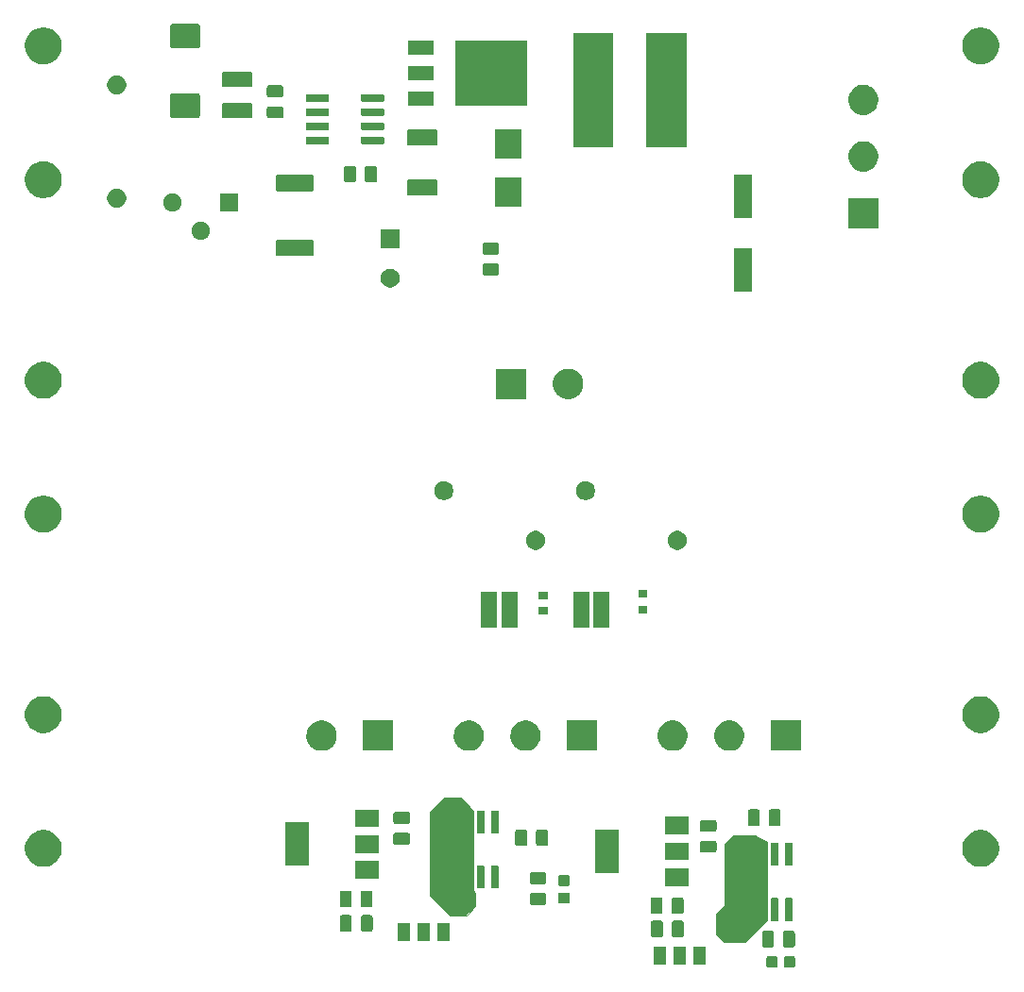
<source format=gbr>
G04 #@! TF.GenerationSoftware,KiCad,Pcbnew,(5.1.5)-3*
G04 #@! TF.CreationDate,2020-11-11T17:48:52-05:00*
G04 #@! TF.ProjectId,sensor_dmf_board,73656e73-6f72-45f6-946d-665f626f6172,rev?*
G04 #@! TF.SameCoordinates,Original*
G04 #@! TF.FileFunction,Soldermask,Top*
G04 #@! TF.FilePolarity,Negative*
%FSLAX46Y46*%
G04 Gerber Fmt 4.6, Leading zero omitted, Abs format (unit mm)*
G04 Created by KiCad (PCBNEW (5.1.5)-3) date 2020-11-11 17:48:52*
%MOMM*%
%LPD*%
G04 APERTURE LIST*
%ADD10C,0.100000*%
G04 APERTURE END LIST*
D10*
G36*
X172895260Y-136377680D02*
G01*
X172880020Y-143410940D01*
X170914060Y-145376900D01*
X170649900Y-145379440D01*
X168958260Y-145379440D01*
X168277540Y-144698720D01*
X168277540Y-142882620D01*
X169087800Y-142072360D01*
X169087800Y-136568180D01*
X169834560Y-135821420D01*
X171010580Y-135821420D01*
X170995340Y-135818880D01*
X171764960Y-135818880D01*
X172895260Y-136377680D01*
G37*
X172895260Y-136377680D02*
X172880020Y-143410940D01*
X170914060Y-145376900D01*
X170649900Y-145379440D01*
X168958260Y-145379440D01*
X168277540Y-144698720D01*
X168277540Y-142882620D01*
X169087800Y-142072360D01*
X169087800Y-136568180D01*
X169834560Y-135821420D01*
X171010580Y-135821420D01*
X170995340Y-135818880D01*
X171764960Y-135818880D01*
X172895260Y-136377680D01*
G36*
X146527520Y-133586220D02*
G01*
X146535140Y-140698220D01*
X146715480Y-140949680D01*
X146715480Y-142209520D01*
X145900140Y-143024860D01*
X144406620Y-143024860D01*
X142659100Y-141277340D01*
X142659100Y-133687820D01*
X143891000Y-132455920D01*
X145397220Y-132455920D01*
X146527520Y-133586220D01*
G37*
X146527520Y-133586220D02*
X146535140Y-140698220D01*
X146715480Y-140949680D01*
X146715480Y-142209520D01*
X145900140Y-143024860D01*
X144406620Y-143024860D01*
X142659100Y-141277340D01*
X142659100Y-133687820D01*
X143891000Y-132455920D01*
X145397220Y-132455920D01*
X146527520Y-133586220D01*
G36*
X175215691Y-146655845D02*
G01*
X175249669Y-146666153D01*
X175280990Y-146682894D01*
X175308439Y-146705421D01*
X175330966Y-146732870D01*
X175347707Y-146764191D01*
X175358015Y-146798169D01*
X175362100Y-146839650D01*
X175362100Y-147515870D01*
X175358015Y-147557351D01*
X175347707Y-147591329D01*
X175330966Y-147622650D01*
X175308439Y-147650099D01*
X175280990Y-147672626D01*
X175249669Y-147689367D01*
X175215691Y-147699675D01*
X175174210Y-147703760D01*
X174572990Y-147703760D01*
X174531509Y-147699675D01*
X174497531Y-147689367D01*
X174466210Y-147672626D01*
X174438761Y-147650099D01*
X174416234Y-147622650D01*
X174399493Y-147591329D01*
X174389185Y-147557351D01*
X174385100Y-147515870D01*
X174385100Y-146839650D01*
X174389185Y-146798169D01*
X174399493Y-146764191D01*
X174416234Y-146732870D01*
X174438761Y-146705421D01*
X174466210Y-146682894D01*
X174497531Y-146666153D01*
X174531509Y-146655845D01*
X174572990Y-146651760D01*
X175174210Y-146651760D01*
X175215691Y-146655845D01*
G37*
G36*
X173640691Y-146655845D02*
G01*
X173674669Y-146666153D01*
X173705990Y-146682894D01*
X173733439Y-146705421D01*
X173755966Y-146732870D01*
X173772707Y-146764191D01*
X173783015Y-146798169D01*
X173787100Y-146839650D01*
X173787100Y-147515870D01*
X173783015Y-147557351D01*
X173772707Y-147591329D01*
X173755966Y-147622650D01*
X173733439Y-147650099D01*
X173705990Y-147672626D01*
X173674669Y-147689367D01*
X173640691Y-147699675D01*
X173599210Y-147703760D01*
X172997990Y-147703760D01*
X172956509Y-147699675D01*
X172922531Y-147689367D01*
X172891210Y-147672626D01*
X172863761Y-147650099D01*
X172841234Y-147622650D01*
X172824493Y-147591329D01*
X172814185Y-147557351D01*
X172810100Y-147515870D01*
X172810100Y-146839650D01*
X172814185Y-146798169D01*
X172824493Y-146764191D01*
X172841234Y-146732870D01*
X172863761Y-146705421D01*
X172891210Y-146682894D01*
X172922531Y-146666153D01*
X172956509Y-146655845D01*
X172997990Y-146651760D01*
X173599210Y-146651760D01*
X173640691Y-146655845D01*
G37*
G36*
X165597660Y-147409800D02*
G01*
X164495660Y-147409800D01*
X164495660Y-145807800D01*
X165597660Y-145807800D01*
X165597660Y-147409800D01*
G37*
G36*
X163797660Y-147409800D02*
G01*
X162695660Y-147409800D01*
X162695660Y-145807800D01*
X163797660Y-145807800D01*
X163797660Y-147409800D01*
G37*
G36*
X167397660Y-147409800D02*
G01*
X166295660Y-147409800D01*
X166295660Y-145807800D01*
X167397660Y-145807800D01*
X167397660Y-147409800D01*
G37*
G36*
X175195568Y-144373925D02*
G01*
X175234238Y-144385656D01*
X175269877Y-144404706D01*
X175301117Y-144430343D01*
X175326754Y-144461583D01*
X175345804Y-144497222D01*
X175357535Y-144535892D01*
X175362100Y-144582248D01*
X175362100Y-145658472D01*
X175357535Y-145704828D01*
X175345804Y-145743498D01*
X175326754Y-145779137D01*
X175301117Y-145810377D01*
X175269877Y-145836014D01*
X175234238Y-145855064D01*
X175195568Y-145866795D01*
X175149212Y-145871360D01*
X174497988Y-145871360D01*
X174451632Y-145866795D01*
X174412962Y-145855064D01*
X174377323Y-145836014D01*
X174346083Y-145810377D01*
X174320446Y-145779137D01*
X174301396Y-145743498D01*
X174289665Y-145704828D01*
X174285100Y-145658472D01*
X174285100Y-144582248D01*
X174289665Y-144535892D01*
X174301396Y-144497222D01*
X174320446Y-144461583D01*
X174346083Y-144430343D01*
X174377323Y-144404706D01*
X174412962Y-144385656D01*
X174451632Y-144373925D01*
X174497988Y-144369360D01*
X175149212Y-144369360D01*
X175195568Y-144373925D01*
G37*
G36*
X173320568Y-144373925D02*
G01*
X173359238Y-144385656D01*
X173394877Y-144404706D01*
X173426117Y-144430343D01*
X173451754Y-144461583D01*
X173470804Y-144497222D01*
X173482535Y-144535892D01*
X173487100Y-144582248D01*
X173487100Y-145658472D01*
X173482535Y-145704828D01*
X173470804Y-145743498D01*
X173451754Y-145779137D01*
X173426117Y-145810377D01*
X173394877Y-145836014D01*
X173359238Y-145855064D01*
X173320568Y-145866795D01*
X173274212Y-145871360D01*
X172622988Y-145871360D01*
X172576632Y-145866795D01*
X172537962Y-145855064D01*
X172502323Y-145836014D01*
X172471083Y-145810377D01*
X172445446Y-145779137D01*
X172426396Y-145743498D01*
X172414665Y-145704828D01*
X172410100Y-145658472D01*
X172410100Y-144582248D01*
X172414665Y-144535892D01*
X172426396Y-144497222D01*
X172445446Y-144461583D01*
X172471083Y-144430343D01*
X172502323Y-144404706D01*
X172537962Y-144385656D01*
X172576632Y-144373925D01*
X172622988Y-144369360D01*
X173274212Y-144369360D01*
X173320568Y-144373925D01*
G37*
G36*
X140836060Y-145278740D02*
G01*
X139734060Y-145278740D01*
X139734060Y-143676740D01*
X140836060Y-143676740D01*
X140836060Y-145278740D01*
G37*
G36*
X142636060Y-145278740D02*
G01*
X141534060Y-145278740D01*
X141534060Y-143676740D01*
X142636060Y-143676740D01*
X142636060Y-145278740D01*
G37*
G36*
X144436060Y-145278740D02*
G01*
X143334060Y-145278740D01*
X143334060Y-143676740D01*
X144436060Y-143676740D01*
X144436060Y-145278740D01*
G37*
G36*
X163363288Y-143464605D02*
G01*
X163401958Y-143476336D01*
X163437597Y-143495386D01*
X163468837Y-143521023D01*
X163494474Y-143552263D01*
X163513524Y-143587902D01*
X163525255Y-143626572D01*
X163529820Y-143672928D01*
X163529820Y-144749152D01*
X163525255Y-144795508D01*
X163513524Y-144834178D01*
X163494474Y-144869817D01*
X163468837Y-144901057D01*
X163437597Y-144926694D01*
X163401958Y-144945744D01*
X163363288Y-144957475D01*
X163316932Y-144962040D01*
X162665708Y-144962040D01*
X162619352Y-144957475D01*
X162580682Y-144945744D01*
X162545043Y-144926694D01*
X162513803Y-144901057D01*
X162488166Y-144869817D01*
X162469116Y-144834178D01*
X162457385Y-144795508D01*
X162452820Y-144749152D01*
X162452820Y-143672928D01*
X162457385Y-143626572D01*
X162469116Y-143587902D01*
X162488166Y-143552263D01*
X162513803Y-143521023D01*
X162545043Y-143495386D01*
X162580682Y-143476336D01*
X162619352Y-143464605D01*
X162665708Y-143460040D01*
X163316932Y-143460040D01*
X163363288Y-143464605D01*
G37*
G36*
X165238288Y-143464605D02*
G01*
X165276958Y-143476336D01*
X165312597Y-143495386D01*
X165343837Y-143521023D01*
X165369474Y-143552263D01*
X165388524Y-143587902D01*
X165400255Y-143626572D01*
X165404820Y-143672928D01*
X165404820Y-144749152D01*
X165400255Y-144795508D01*
X165388524Y-144834178D01*
X165369474Y-144869817D01*
X165343837Y-144901057D01*
X165312597Y-144926694D01*
X165276958Y-144945744D01*
X165238288Y-144957475D01*
X165191932Y-144962040D01*
X164540708Y-144962040D01*
X164494352Y-144957475D01*
X164455682Y-144945744D01*
X164420043Y-144926694D01*
X164388803Y-144901057D01*
X164363166Y-144869817D01*
X164344116Y-144834178D01*
X164332385Y-144795508D01*
X164327820Y-144749152D01*
X164327820Y-143672928D01*
X164332385Y-143626572D01*
X164344116Y-143587902D01*
X164363166Y-143552263D01*
X164388803Y-143521023D01*
X164420043Y-143495386D01*
X164455682Y-143476336D01*
X164494352Y-143464605D01*
X164540708Y-143460040D01*
X165191932Y-143460040D01*
X165238288Y-143464605D01*
G37*
G36*
X135476868Y-142974385D02*
G01*
X135515538Y-142986116D01*
X135551177Y-143005166D01*
X135582417Y-143030803D01*
X135608054Y-143062043D01*
X135627104Y-143097682D01*
X135638835Y-143136352D01*
X135643400Y-143182708D01*
X135643400Y-144258932D01*
X135638835Y-144305288D01*
X135627104Y-144343958D01*
X135608054Y-144379597D01*
X135582417Y-144410837D01*
X135551177Y-144436474D01*
X135515538Y-144455524D01*
X135476868Y-144467255D01*
X135430512Y-144471820D01*
X134779288Y-144471820D01*
X134732932Y-144467255D01*
X134694262Y-144455524D01*
X134658623Y-144436474D01*
X134627383Y-144410837D01*
X134601746Y-144379597D01*
X134582696Y-144343958D01*
X134570965Y-144305288D01*
X134566400Y-144258932D01*
X134566400Y-143182708D01*
X134570965Y-143136352D01*
X134582696Y-143097682D01*
X134601746Y-143062043D01*
X134627383Y-143030803D01*
X134658623Y-143005166D01*
X134694262Y-142986116D01*
X134732932Y-142974385D01*
X134779288Y-142969820D01*
X135430512Y-142969820D01*
X135476868Y-142974385D01*
G37*
G36*
X137351868Y-142974385D02*
G01*
X137390538Y-142986116D01*
X137426177Y-143005166D01*
X137457417Y-143030803D01*
X137483054Y-143062043D01*
X137502104Y-143097682D01*
X137513835Y-143136352D01*
X137518400Y-143182708D01*
X137518400Y-144258932D01*
X137513835Y-144305288D01*
X137502104Y-144343958D01*
X137483054Y-144379597D01*
X137457417Y-144410837D01*
X137426177Y-144436474D01*
X137390538Y-144455524D01*
X137351868Y-144467255D01*
X137305512Y-144471820D01*
X136654288Y-144471820D01*
X136607932Y-144467255D01*
X136569262Y-144455524D01*
X136533623Y-144436474D01*
X136502383Y-144410837D01*
X136476746Y-144379597D01*
X136457696Y-144343958D01*
X136445965Y-144305288D01*
X136441400Y-144258932D01*
X136441400Y-143182708D01*
X136445965Y-143136352D01*
X136457696Y-143097682D01*
X136476746Y-143062043D01*
X136502383Y-143030803D01*
X136533623Y-143005166D01*
X136569262Y-142986116D01*
X136607932Y-142974385D01*
X136654288Y-142969820D01*
X137305512Y-142969820D01*
X137351868Y-142974385D01*
G37*
G36*
X173802888Y-141446404D02*
G01*
X173823969Y-141452800D01*
X173843405Y-141463188D01*
X173860436Y-141477164D01*
X173874412Y-141494195D01*
X173884800Y-141513631D01*
X173891196Y-141534712D01*
X173893960Y-141562780D01*
X173893960Y-143376500D01*
X173891196Y-143404568D01*
X173884800Y-143425649D01*
X173874412Y-143445085D01*
X173860436Y-143462116D01*
X173843405Y-143476092D01*
X173823969Y-143486480D01*
X173802888Y-143492876D01*
X173774820Y-143495640D01*
X173311100Y-143495640D01*
X173283032Y-143492876D01*
X173261951Y-143486480D01*
X173242515Y-143476092D01*
X173225484Y-143462116D01*
X173211508Y-143445085D01*
X173201120Y-143425649D01*
X173194724Y-143404568D01*
X173191960Y-143376500D01*
X173191960Y-141562780D01*
X173194724Y-141534712D01*
X173201120Y-141513631D01*
X173211508Y-141494195D01*
X173225484Y-141477164D01*
X173242515Y-141463188D01*
X173261951Y-141452800D01*
X173283032Y-141446404D01*
X173311100Y-141443640D01*
X173774820Y-141443640D01*
X173802888Y-141446404D01*
G37*
G36*
X172532888Y-141446404D02*
G01*
X172553969Y-141452800D01*
X172573405Y-141463188D01*
X172590436Y-141477164D01*
X172604412Y-141494195D01*
X172614800Y-141513631D01*
X172621196Y-141534712D01*
X172623960Y-141562780D01*
X172623960Y-143376500D01*
X172621196Y-143404568D01*
X172614800Y-143425649D01*
X172604412Y-143445085D01*
X172590436Y-143462116D01*
X172573405Y-143476092D01*
X172553969Y-143486480D01*
X172532888Y-143492876D01*
X172504820Y-143495640D01*
X172041100Y-143495640D01*
X172013032Y-143492876D01*
X171991951Y-143486480D01*
X171972515Y-143476092D01*
X171955484Y-143462116D01*
X171941508Y-143445085D01*
X171931120Y-143425649D01*
X171924724Y-143404568D01*
X171921960Y-143376500D01*
X171921960Y-141562780D01*
X171924724Y-141534712D01*
X171931120Y-141513631D01*
X171941508Y-141494195D01*
X171955484Y-141477164D01*
X171972515Y-141463188D01*
X171991951Y-141452800D01*
X172013032Y-141446404D01*
X172041100Y-141443640D01*
X172504820Y-141443640D01*
X172532888Y-141446404D01*
G37*
G36*
X171262888Y-141446404D02*
G01*
X171283969Y-141452800D01*
X171303405Y-141463188D01*
X171320436Y-141477164D01*
X171334412Y-141494195D01*
X171344800Y-141513631D01*
X171351196Y-141534712D01*
X171353960Y-141562780D01*
X171353960Y-143376500D01*
X171351196Y-143404568D01*
X171344800Y-143425649D01*
X171334412Y-143445085D01*
X171320436Y-143462116D01*
X171303405Y-143476092D01*
X171283969Y-143486480D01*
X171262888Y-143492876D01*
X171234820Y-143495640D01*
X170771100Y-143495640D01*
X170743032Y-143492876D01*
X170721951Y-143486480D01*
X170702515Y-143476092D01*
X170685484Y-143462116D01*
X170671508Y-143445085D01*
X170661120Y-143425649D01*
X170654724Y-143404568D01*
X170651960Y-143376500D01*
X170651960Y-141562780D01*
X170654724Y-141534712D01*
X170661120Y-141513631D01*
X170671508Y-141494195D01*
X170685484Y-141477164D01*
X170702515Y-141463188D01*
X170721951Y-141452800D01*
X170743032Y-141446404D01*
X170771100Y-141443640D01*
X171234820Y-141443640D01*
X171262888Y-141446404D01*
G37*
G36*
X175072888Y-141446404D02*
G01*
X175093969Y-141452800D01*
X175113405Y-141463188D01*
X175130436Y-141477164D01*
X175144412Y-141494195D01*
X175154800Y-141513631D01*
X175161196Y-141534712D01*
X175163960Y-141562780D01*
X175163960Y-143376500D01*
X175161196Y-143404568D01*
X175154800Y-143425649D01*
X175144412Y-143445085D01*
X175130436Y-143462116D01*
X175113405Y-143476092D01*
X175093969Y-143486480D01*
X175072888Y-143492876D01*
X175044820Y-143495640D01*
X174581100Y-143495640D01*
X174553032Y-143492876D01*
X174531951Y-143486480D01*
X174512515Y-143476092D01*
X174495484Y-143462116D01*
X174481508Y-143445085D01*
X174471120Y-143425649D01*
X174464724Y-143404568D01*
X174461960Y-143376500D01*
X174461960Y-141562780D01*
X174464724Y-141534712D01*
X174471120Y-141513631D01*
X174481508Y-141494195D01*
X174495484Y-141477164D01*
X174512515Y-141463188D01*
X174531951Y-141452800D01*
X174553032Y-141446404D01*
X174581100Y-141443640D01*
X175044820Y-141443640D01*
X175072888Y-141446404D01*
G37*
G36*
X163337888Y-141381805D02*
G01*
X163376558Y-141393536D01*
X163412197Y-141412586D01*
X163443437Y-141438223D01*
X163469074Y-141469463D01*
X163488124Y-141505102D01*
X163499855Y-141543772D01*
X163504420Y-141590128D01*
X163504420Y-142666352D01*
X163499855Y-142712708D01*
X163488124Y-142751378D01*
X163469074Y-142787017D01*
X163443437Y-142818257D01*
X163412197Y-142843894D01*
X163376558Y-142862944D01*
X163337888Y-142874675D01*
X163291532Y-142879240D01*
X162640308Y-142879240D01*
X162593952Y-142874675D01*
X162555282Y-142862944D01*
X162519643Y-142843894D01*
X162488403Y-142818257D01*
X162462766Y-142787017D01*
X162443716Y-142751378D01*
X162431985Y-142712708D01*
X162427420Y-142666352D01*
X162427420Y-141590128D01*
X162431985Y-141543772D01*
X162443716Y-141505102D01*
X162462766Y-141469463D01*
X162488403Y-141438223D01*
X162519643Y-141412586D01*
X162555282Y-141393536D01*
X162593952Y-141381805D01*
X162640308Y-141377240D01*
X163291532Y-141377240D01*
X163337888Y-141381805D01*
G37*
G36*
X165212888Y-141381805D02*
G01*
X165251558Y-141393536D01*
X165287197Y-141412586D01*
X165318437Y-141438223D01*
X165344074Y-141469463D01*
X165363124Y-141505102D01*
X165374855Y-141543772D01*
X165379420Y-141590128D01*
X165379420Y-142666352D01*
X165374855Y-142712708D01*
X165363124Y-142751378D01*
X165344074Y-142787017D01*
X165318437Y-142818257D01*
X165287197Y-142843894D01*
X165251558Y-142862944D01*
X165212888Y-142874675D01*
X165166532Y-142879240D01*
X164515308Y-142879240D01*
X164468952Y-142874675D01*
X164430282Y-142862944D01*
X164394643Y-142843894D01*
X164363403Y-142818257D01*
X164337766Y-142787017D01*
X164318716Y-142751378D01*
X164306985Y-142712708D01*
X164302420Y-142666352D01*
X164302420Y-141590128D01*
X164306985Y-141543772D01*
X164318716Y-141505102D01*
X164337766Y-141469463D01*
X164363403Y-141438223D01*
X164394643Y-141412586D01*
X164430282Y-141393536D01*
X164468952Y-141381805D01*
X164515308Y-141377240D01*
X165166532Y-141377240D01*
X165212888Y-141381805D01*
G37*
G36*
X137339168Y-140797605D02*
G01*
X137377838Y-140809336D01*
X137413477Y-140828386D01*
X137444717Y-140854023D01*
X137470354Y-140885263D01*
X137489404Y-140920902D01*
X137501135Y-140959572D01*
X137505700Y-141005928D01*
X137505700Y-142082152D01*
X137501135Y-142128508D01*
X137489404Y-142167178D01*
X137470354Y-142202817D01*
X137444717Y-142234057D01*
X137413477Y-142259694D01*
X137377838Y-142278744D01*
X137339168Y-142290475D01*
X137292812Y-142295040D01*
X136641588Y-142295040D01*
X136595232Y-142290475D01*
X136556562Y-142278744D01*
X136520923Y-142259694D01*
X136489683Y-142234057D01*
X136464046Y-142202817D01*
X136444996Y-142167178D01*
X136433265Y-142128508D01*
X136428700Y-142082152D01*
X136428700Y-141005928D01*
X136433265Y-140959572D01*
X136444996Y-140920902D01*
X136464046Y-140885263D01*
X136489683Y-140854023D01*
X136520923Y-140828386D01*
X136556562Y-140809336D01*
X136595232Y-140797605D01*
X136641588Y-140793040D01*
X137292812Y-140793040D01*
X137339168Y-140797605D01*
G37*
G36*
X135464168Y-140797605D02*
G01*
X135502838Y-140809336D01*
X135538477Y-140828386D01*
X135569717Y-140854023D01*
X135595354Y-140885263D01*
X135614404Y-140920902D01*
X135626135Y-140959572D01*
X135630700Y-141005928D01*
X135630700Y-142082152D01*
X135626135Y-142128508D01*
X135614404Y-142167178D01*
X135595354Y-142202817D01*
X135569717Y-142234057D01*
X135538477Y-142259694D01*
X135502838Y-142278744D01*
X135464168Y-142290475D01*
X135417812Y-142295040D01*
X134766588Y-142295040D01*
X134720232Y-142290475D01*
X134681562Y-142278744D01*
X134645923Y-142259694D01*
X134614683Y-142234057D01*
X134589046Y-142202817D01*
X134569996Y-142167178D01*
X134558265Y-142128508D01*
X134553700Y-142082152D01*
X134553700Y-141005928D01*
X134558265Y-140959572D01*
X134569996Y-140920902D01*
X134589046Y-140885263D01*
X134614683Y-140854023D01*
X134645923Y-140828386D01*
X134681562Y-140809336D01*
X134720232Y-140797605D01*
X134766588Y-140793040D01*
X135417812Y-140793040D01*
X135464168Y-140797605D01*
G37*
G36*
X152908268Y-140987485D02*
G01*
X152946938Y-140999216D01*
X152982577Y-141018266D01*
X153013817Y-141043903D01*
X153039454Y-141075143D01*
X153058504Y-141110782D01*
X153070235Y-141149452D01*
X153074800Y-141195808D01*
X153074800Y-141847032D01*
X153070235Y-141893388D01*
X153058504Y-141932058D01*
X153039454Y-141967697D01*
X153013817Y-141998937D01*
X152982577Y-142024574D01*
X152946938Y-142043624D01*
X152908268Y-142055355D01*
X152861912Y-142059920D01*
X151785688Y-142059920D01*
X151739332Y-142055355D01*
X151700662Y-142043624D01*
X151665023Y-142024574D01*
X151633783Y-141998937D01*
X151608146Y-141967697D01*
X151589096Y-141932058D01*
X151577365Y-141893388D01*
X151572800Y-141847032D01*
X151572800Y-141195808D01*
X151577365Y-141149452D01*
X151589096Y-141110782D01*
X151608146Y-141075143D01*
X151633783Y-141043903D01*
X151665023Y-141018266D01*
X151700662Y-140999216D01*
X151739332Y-140987485D01*
X151785688Y-140982920D01*
X152861912Y-140982920D01*
X152908268Y-140987485D01*
G37*
G36*
X155045271Y-140970725D02*
G01*
X155079249Y-140981033D01*
X155110570Y-140997774D01*
X155138019Y-141020301D01*
X155160546Y-141047750D01*
X155177287Y-141079071D01*
X155187595Y-141113049D01*
X155191680Y-141154530D01*
X155191680Y-141755750D01*
X155187595Y-141797231D01*
X155177287Y-141831209D01*
X155160546Y-141862530D01*
X155138019Y-141889979D01*
X155110570Y-141912506D01*
X155079249Y-141929247D01*
X155045271Y-141939555D01*
X155003790Y-141943640D01*
X154327570Y-141943640D01*
X154286089Y-141939555D01*
X154252111Y-141929247D01*
X154220790Y-141912506D01*
X154193341Y-141889979D01*
X154170814Y-141862530D01*
X154154073Y-141831209D01*
X154143765Y-141797231D01*
X154139680Y-141755750D01*
X154139680Y-141154530D01*
X154143765Y-141113049D01*
X154154073Y-141079071D01*
X154170814Y-141047750D01*
X154193341Y-141020301D01*
X154220790Y-140997774D01*
X154252111Y-140981033D01*
X154286089Y-140970725D01*
X154327570Y-140966640D01*
X155003790Y-140966640D01*
X155045271Y-140970725D01*
G37*
G36*
X146185468Y-138550804D02*
G01*
X146206549Y-138557200D01*
X146225985Y-138567588D01*
X146243016Y-138581564D01*
X146256992Y-138598595D01*
X146267380Y-138618031D01*
X146273776Y-138639112D01*
X146276540Y-138667180D01*
X146276540Y-140480900D01*
X146273776Y-140508968D01*
X146267380Y-140530049D01*
X146256992Y-140549485D01*
X146243016Y-140566516D01*
X146225985Y-140580492D01*
X146206549Y-140590880D01*
X146185468Y-140597276D01*
X146157400Y-140600040D01*
X145693680Y-140600040D01*
X145665612Y-140597276D01*
X145644531Y-140590880D01*
X145625095Y-140580492D01*
X145608064Y-140566516D01*
X145594088Y-140549485D01*
X145583700Y-140530049D01*
X145577304Y-140508968D01*
X145574540Y-140480900D01*
X145574540Y-138667180D01*
X145577304Y-138639112D01*
X145583700Y-138618031D01*
X145594088Y-138598595D01*
X145608064Y-138581564D01*
X145625095Y-138567588D01*
X145644531Y-138557200D01*
X145665612Y-138550804D01*
X145693680Y-138548040D01*
X146157400Y-138548040D01*
X146185468Y-138550804D01*
G37*
G36*
X148725468Y-138550804D02*
G01*
X148746549Y-138557200D01*
X148765985Y-138567588D01*
X148783016Y-138581564D01*
X148796992Y-138598595D01*
X148807380Y-138618031D01*
X148813776Y-138639112D01*
X148816540Y-138667180D01*
X148816540Y-140480900D01*
X148813776Y-140508968D01*
X148807380Y-140530049D01*
X148796992Y-140549485D01*
X148783016Y-140566516D01*
X148765985Y-140580492D01*
X148746549Y-140590880D01*
X148725468Y-140597276D01*
X148697400Y-140600040D01*
X148233680Y-140600040D01*
X148205612Y-140597276D01*
X148184531Y-140590880D01*
X148165095Y-140580492D01*
X148148064Y-140566516D01*
X148134088Y-140549485D01*
X148123700Y-140530049D01*
X148117304Y-140508968D01*
X148114540Y-140480900D01*
X148114540Y-138667180D01*
X148117304Y-138639112D01*
X148123700Y-138618031D01*
X148134088Y-138598595D01*
X148148064Y-138581564D01*
X148165095Y-138567588D01*
X148184531Y-138557200D01*
X148205612Y-138550804D01*
X148233680Y-138548040D01*
X148697400Y-138548040D01*
X148725468Y-138550804D01*
G37*
G36*
X147455468Y-138550804D02*
G01*
X147476549Y-138557200D01*
X147495985Y-138567588D01*
X147513016Y-138581564D01*
X147526992Y-138598595D01*
X147537380Y-138618031D01*
X147543776Y-138639112D01*
X147546540Y-138667180D01*
X147546540Y-140480900D01*
X147543776Y-140508968D01*
X147537380Y-140530049D01*
X147526992Y-140549485D01*
X147513016Y-140566516D01*
X147495985Y-140580492D01*
X147476549Y-140590880D01*
X147455468Y-140597276D01*
X147427400Y-140600040D01*
X146963680Y-140600040D01*
X146935612Y-140597276D01*
X146914531Y-140590880D01*
X146895095Y-140580492D01*
X146878064Y-140566516D01*
X146864088Y-140549485D01*
X146853700Y-140530049D01*
X146847304Y-140508968D01*
X146844540Y-140480900D01*
X146844540Y-138667180D01*
X146847304Y-138639112D01*
X146853700Y-138618031D01*
X146864088Y-138598595D01*
X146878064Y-138581564D01*
X146895095Y-138567588D01*
X146914531Y-138557200D01*
X146935612Y-138550804D01*
X146963680Y-138548040D01*
X147427400Y-138548040D01*
X147455468Y-138550804D01*
G37*
G36*
X144915468Y-138550804D02*
G01*
X144936549Y-138557200D01*
X144955985Y-138567588D01*
X144973016Y-138581564D01*
X144986992Y-138598595D01*
X144997380Y-138618031D01*
X145003776Y-138639112D01*
X145006540Y-138667180D01*
X145006540Y-140480900D01*
X145003776Y-140508968D01*
X144997380Y-140530049D01*
X144986992Y-140549485D01*
X144973016Y-140566516D01*
X144955985Y-140580492D01*
X144936549Y-140590880D01*
X144915468Y-140597276D01*
X144887400Y-140600040D01*
X144423680Y-140600040D01*
X144395612Y-140597276D01*
X144374531Y-140590880D01*
X144355095Y-140580492D01*
X144338064Y-140566516D01*
X144324088Y-140549485D01*
X144313700Y-140530049D01*
X144307304Y-140508968D01*
X144304540Y-140480900D01*
X144304540Y-138667180D01*
X144307304Y-138639112D01*
X144313700Y-138618031D01*
X144324088Y-138598595D01*
X144338064Y-138581564D01*
X144355095Y-138567588D01*
X144374531Y-138557200D01*
X144395612Y-138550804D01*
X144423680Y-138548040D01*
X144887400Y-138548040D01*
X144915468Y-138550804D01*
G37*
G36*
X155045271Y-139395725D02*
G01*
X155079249Y-139406033D01*
X155110570Y-139422774D01*
X155138019Y-139445301D01*
X155160546Y-139472750D01*
X155177287Y-139504071D01*
X155187595Y-139538049D01*
X155191680Y-139579530D01*
X155191680Y-140180750D01*
X155187595Y-140222231D01*
X155177287Y-140256209D01*
X155160546Y-140287530D01*
X155138019Y-140314979D01*
X155110570Y-140337506D01*
X155079249Y-140354247D01*
X155045271Y-140364555D01*
X155003790Y-140368640D01*
X154327570Y-140368640D01*
X154286089Y-140364555D01*
X154252111Y-140354247D01*
X154220790Y-140337506D01*
X154193341Y-140314979D01*
X154170814Y-140287530D01*
X154154073Y-140256209D01*
X154143765Y-140222231D01*
X154139680Y-140180750D01*
X154139680Y-139579530D01*
X154143765Y-139538049D01*
X154154073Y-139504071D01*
X154170814Y-139472750D01*
X154193341Y-139445301D01*
X154220790Y-139422774D01*
X154252111Y-139406033D01*
X154286089Y-139395725D01*
X154327570Y-139391640D01*
X155003790Y-139391640D01*
X155045271Y-139395725D01*
G37*
G36*
X165841520Y-140360060D02*
G01*
X163739520Y-140360060D01*
X163739520Y-138758060D01*
X165841520Y-138758060D01*
X165841520Y-140360060D01*
G37*
G36*
X152908268Y-139112485D02*
G01*
X152946938Y-139124216D01*
X152982577Y-139143266D01*
X153013817Y-139168903D01*
X153039454Y-139200143D01*
X153058504Y-139235782D01*
X153070235Y-139274452D01*
X153074800Y-139320808D01*
X153074800Y-139972032D01*
X153070235Y-140018388D01*
X153058504Y-140057058D01*
X153039454Y-140092697D01*
X153013817Y-140123937D01*
X152982577Y-140149574D01*
X152946938Y-140168624D01*
X152908268Y-140180355D01*
X152861912Y-140184920D01*
X151785688Y-140184920D01*
X151739332Y-140180355D01*
X151700662Y-140168624D01*
X151665023Y-140149574D01*
X151633783Y-140123937D01*
X151608146Y-140092697D01*
X151589096Y-140057058D01*
X151577365Y-140018388D01*
X151572800Y-139972032D01*
X151572800Y-139320808D01*
X151577365Y-139274452D01*
X151589096Y-139235782D01*
X151608146Y-139200143D01*
X151633783Y-139168903D01*
X151665023Y-139143266D01*
X151700662Y-139124216D01*
X151739332Y-139112485D01*
X151785688Y-139107920D01*
X152861912Y-139107920D01*
X152908268Y-139112485D01*
G37*
G36*
X138068760Y-139698420D02*
G01*
X135966760Y-139698420D01*
X135966760Y-138096420D01*
X138068760Y-138096420D01*
X138068760Y-139698420D01*
G37*
G36*
X159541520Y-139210060D02*
G01*
X157439520Y-139210060D01*
X157439520Y-135308060D01*
X159541520Y-135308060D01*
X159541520Y-139210060D01*
G37*
G36*
X108311132Y-135378543D02*
G01*
X108481579Y-135412447D01*
X108652404Y-135483205D01*
X108767550Y-135530900D01*
X108782042Y-135536903D01*
X109052451Y-135717585D01*
X109282415Y-135947549D01*
X109463097Y-136217958D01*
X109587553Y-136518421D01*
X109598138Y-136571637D01*
X109651000Y-136837389D01*
X109651000Y-137162611D01*
X109626361Y-137286477D01*
X109587553Y-137481579D01*
X109463097Y-137782042D01*
X109282415Y-138052451D01*
X109052451Y-138282415D01*
X108782042Y-138463097D01*
X108782041Y-138463098D01*
X108782040Y-138463098D01*
X108704816Y-138495085D01*
X108481579Y-138587553D01*
X108375256Y-138608702D01*
X108162611Y-138651000D01*
X107837389Y-138651000D01*
X107624744Y-138608702D01*
X107518421Y-138587553D01*
X107295184Y-138495085D01*
X107217960Y-138463098D01*
X107217959Y-138463098D01*
X107217958Y-138463097D01*
X106947549Y-138282415D01*
X106717585Y-138052451D01*
X106536903Y-137782042D01*
X106412447Y-137481579D01*
X106373639Y-137286477D01*
X106349000Y-137162611D01*
X106349000Y-136837389D01*
X106401862Y-136571637D01*
X106412447Y-136518421D01*
X106536903Y-136217958D01*
X106717585Y-135947549D01*
X106947549Y-135717585D01*
X107217958Y-135536903D01*
X107232451Y-135530900D01*
X107347596Y-135483205D01*
X107518421Y-135412447D01*
X107688868Y-135378543D01*
X107837389Y-135349000D01*
X108162611Y-135349000D01*
X108311132Y-135378543D01*
G37*
G36*
X192311132Y-135378543D02*
G01*
X192481579Y-135412447D01*
X192652404Y-135483205D01*
X192767550Y-135530900D01*
X192782042Y-135536903D01*
X193052451Y-135717585D01*
X193282415Y-135947549D01*
X193463097Y-136217958D01*
X193587553Y-136518421D01*
X193598138Y-136571637D01*
X193651000Y-136837389D01*
X193651000Y-137162611D01*
X193626361Y-137286477D01*
X193587553Y-137481579D01*
X193463097Y-137782042D01*
X193282415Y-138052451D01*
X193052451Y-138282415D01*
X192782042Y-138463097D01*
X192782041Y-138463098D01*
X192782040Y-138463098D01*
X192704816Y-138495085D01*
X192481579Y-138587553D01*
X192375256Y-138608702D01*
X192162611Y-138651000D01*
X191837389Y-138651000D01*
X191624744Y-138608702D01*
X191518421Y-138587553D01*
X191295184Y-138495085D01*
X191217960Y-138463098D01*
X191217959Y-138463098D01*
X191217958Y-138463097D01*
X190947549Y-138282415D01*
X190717585Y-138052451D01*
X190536903Y-137782042D01*
X190412447Y-137481579D01*
X190373639Y-137286477D01*
X190349000Y-137162611D01*
X190349000Y-136837389D01*
X190401862Y-136571637D01*
X190412447Y-136518421D01*
X190536903Y-136217958D01*
X190717585Y-135947549D01*
X190947549Y-135717585D01*
X191217958Y-135536903D01*
X191232451Y-135530900D01*
X191347596Y-135483205D01*
X191518421Y-135412447D01*
X191688868Y-135378543D01*
X191837389Y-135349000D01*
X192162611Y-135349000D01*
X192311132Y-135378543D01*
G37*
G36*
X131768760Y-138548420D02*
G01*
X129666760Y-138548420D01*
X129666760Y-134646420D01*
X131768760Y-134646420D01*
X131768760Y-138548420D01*
G37*
G36*
X172532888Y-136496404D02*
G01*
X172553969Y-136502800D01*
X172573405Y-136513188D01*
X172590436Y-136527164D01*
X172604412Y-136544195D01*
X172614800Y-136563631D01*
X172621196Y-136584712D01*
X172623960Y-136612780D01*
X172623960Y-138426500D01*
X172621196Y-138454568D01*
X172614800Y-138475649D01*
X172604412Y-138495085D01*
X172590436Y-138512116D01*
X172573405Y-138526092D01*
X172553969Y-138536480D01*
X172532888Y-138542876D01*
X172504820Y-138545640D01*
X172041100Y-138545640D01*
X172013032Y-138542876D01*
X171991951Y-138536480D01*
X171972515Y-138526092D01*
X171955484Y-138512116D01*
X171941508Y-138495085D01*
X171931120Y-138475649D01*
X171924724Y-138454568D01*
X171921960Y-138426500D01*
X171921960Y-136612780D01*
X171924724Y-136584712D01*
X171931120Y-136563631D01*
X171941508Y-136544195D01*
X171955484Y-136527164D01*
X171972515Y-136513188D01*
X171991951Y-136502800D01*
X172013032Y-136496404D01*
X172041100Y-136493640D01*
X172504820Y-136493640D01*
X172532888Y-136496404D01*
G37*
G36*
X171262888Y-136496404D02*
G01*
X171283969Y-136502800D01*
X171303405Y-136513188D01*
X171320436Y-136527164D01*
X171334412Y-136544195D01*
X171344800Y-136563631D01*
X171351196Y-136584712D01*
X171353960Y-136612780D01*
X171353960Y-138426500D01*
X171351196Y-138454568D01*
X171344800Y-138475649D01*
X171334412Y-138495085D01*
X171320436Y-138512116D01*
X171303405Y-138526092D01*
X171283969Y-138536480D01*
X171262888Y-138542876D01*
X171234820Y-138545640D01*
X170771100Y-138545640D01*
X170743032Y-138542876D01*
X170721951Y-138536480D01*
X170702515Y-138526092D01*
X170685484Y-138512116D01*
X170671508Y-138495085D01*
X170661120Y-138475649D01*
X170654724Y-138454568D01*
X170651960Y-138426500D01*
X170651960Y-136612780D01*
X170654724Y-136584712D01*
X170661120Y-136563631D01*
X170671508Y-136544195D01*
X170685484Y-136527164D01*
X170702515Y-136513188D01*
X170721951Y-136502800D01*
X170743032Y-136496404D01*
X170771100Y-136493640D01*
X171234820Y-136493640D01*
X171262888Y-136496404D01*
G37*
G36*
X173802888Y-136496404D02*
G01*
X173823969Y-136502800D01*
X173843405Y-136513188D01*
X173860436Y-136527164D01*
X173874412Y-136544195D01*
X173884800Y-136563631D01*
X173891196Y-136584712D01*
X173893960Y-136612780D01*
X173893960Y-138426500D01*
X173891196Y-138454568D01*
X173884800Y-138475649D01*
X173874412Y-138495085D01*
X173860436Y-138512116D01*
X173843405Y-138526092D01*
X173823969Y-138536480D01*
X173802888Y-138542876D01*
X173774820Y-138545640D01*
X173311100Y-138545640D01*
X173283032Y-138542876D01*
X173261951Y-138536480D01*
X173242515Y-138526092D01*
X173225484Y-138512116D01*
X173211508Y-138495085D01*
X173201120Y-138475649D01*
X173194724Y-138454568D01*
X173191960Y-138426500D01*
X173191960Y-136612780D01*
X173194724Y-136584712D01*
X173201120Y-136563631D01*
X173211508Y-136544195D01*
X173225484Y-136527164D01*
X173242515Y-136513188D01*
X173261951Y-136502800D01*
X173283032Y-136496404D01*
X173311100Y-136493640D01*
X173774820Y-136493640D01*
X173802888Y-136496404D01*
G37*
G36*
X175072888Y-136496404D02*
G01*
X175093969Y-136502800D01*
X175113405Y-136513188D01*
X175130436Y-136527164D01*
X175144412Y-136544195D01*
X175154800Y-136563631D01*
X175161196Y-136584712D01*
X175163960Y-136612780D01*
X175163960Y-138426500D01*
X175161196Y-138454568D01*
X175154800Y-138475649D01*
X175144412Y-138495085D01*
X175130436Y-138512116D01*
X175113405Y-138526092D01*
X175093969Y-138536480D01*
X175072888Y-138542876D01*
X175044820Y-138545640D01*
X174581100Y-138545640D01*
X174553032Y-138542876D01*
X174531951Y-138536480D01*
X174512515Y-138526092D01*
X174495484Y-138512116D01*
X174481508Y-138495085D01*
X174471120Y-138475649D01*
X174464724Y-138454568D01*
X174461960Y-138426500D01*
X174461960Y-136612780D01*
X174464724Y-136584712D01*
X174471120Y-136563631D01*
X174481508Y-136544195D01*
X174495484Y-136527164D01*
X174512515Y-136513188D01*
X174531951Y-136502800D01*
X174553032Y-136496404D01*
X174581100Y-136493640D01*
X175044820Y-136493640D01*
X175072888Y-136496404D01*
G37*
G36*
X165841520Y-138060060D02*
G01*
X163739520Y-138060060D01*
X163739520Y-136458060D01*
X165841520Y-136458060D01*
X165841520Y-138060060D01*
G37*
G36*
X138068760Y-137398420D02*
G01*
X135966760Y-137398420D01*
X135966760Y-135796420D01*
X138068760Y-135796420D01*
X138068760Y-137398420D01*
G37*
G36*
X168168588Y-136306265D02*
G01*
X168207258Y-136317996D01*
X168242897Y-136337046D01*
X168274137Y-136362683D01*
X168299774Y-136393923D01*
X168318824Y-136429562D01*
X168330555Y-136468232D01*
X168335120Y-136514588D01*
X168335120Y-137165812D01*
X168330555Y-137212168D01*
X168318824Y-137250838D01*
X168299774Y-137286477D01*
X168274137Y-137317717D01*
X168242897Y-137343354D01*
X168207258Y-137362404D01*
X168168588Y-137374135D01*
X168122232Y-137378700D01*
X167046008Y-137378700D01*
X166999652Y-137374135D01*
X166960982Y-137362404D01*
X166925343Y-137343354D01*
X166894103Y-137317717D01*
X166868466Y-137286477D01*
X166849416Y-137250838D01*
X166837685Y-137212168D01*
X166833120Y-137165812D01*
X166833120Y-136514588D01*
X166837685Y-136468232D01*
X166849416Y-136429562D01*
X166868466Y-136393923D01*
X166894103Y-136362683D01*
X166925343Y-136337046D01*
X166960982Y-136317996D01*
X166999652Y-136306265D01*
X167046008Y-136301700D01*
X168122232Y-136301700D01*
X168168588Y-136306265D01*
G37*
G36*
X151194628Y-135290885D02*
G01*
X151233298Y-135302616D01*
X151268937Y-135321666D01*
X151300177Y-135347303D01*
X151325814Y-135378543D01*
X151344864Y-135414182D01*
X151356595Y-135452852D01*
X151361160Y-135499208D01*
X151361160Y-136575432D01*
X151356595Y-136621788D01*
X151344864Y-136660458D01*
X151325814Y-136696097D01*
X151300177Y-136727337D01*
X151268937Y-136752974D01*
X151233298Y-136772024D01*
X151194628Y-136783755D01*
X151148272Y-136788320D01*
X150497048Y-136788320D01*
X150450692Y-136783755D01*
X150412022Y-136772024D01*
X150376383Y-136752974D01*
X150345143Y-136727337D01*
X150319506Y-136696097D01*
X150300456Y-136660458D01*
X150288725Y-136621788D01*
X150284160Y-136575432D01*
X150284160Y-135499208D01*
X150288725Y-135452852D01*
X150300456Y-135414182D01*
X150319506Y-135378543D01*
X150345143Y-135347303D01*
X150376383Y-135321666D01*
X150412022Y-135302616D01*
X150450692Y-135290885D01*
X150497048Y-135286320D01*
X151148272Y-135286320D01*
X151194628Y-135290885D01*
G37*
G36*
X153069628Y-135290885D02*
G01*
X153108298Y-135302616D01*
X153143937Y-135321666D01*
X153175177Y-135347303D01*
X153200814Y-135378543D01*
X153219864Y-135414182D01*
X153231595Y-135452852D01*
X153236160Y-135499208D01*
X153236160Y-136575432D01*
X153231595Y-136621788D01*
X153219864Y-136660458D01*
X153200814Y-136696097D01*
X153175177Y-136727337D01*
X153143937Y-136752974D01*
X153108298Y-136772024D01*
X153069628Y-136783755D01*
X153023272Y-136788320D01*
X152372048Y-136788320D01*
X152325692Y-136783755D01*
X152287022Y-136772024D01*
X152251383Y-136752974D01*
X152220143Y-136727337D01*
X152194506Y-136696097D01*
X152175456Y-136660458D01*
X152163725Y-136621788D01*
X152159160Y-136575432D01*
X152159160Y-135499208D01*
X152163725Y-135452852D01*
X152175456Y-135414182D01*
X152194506Y-135378543D01*
X152220143Y-135347303D01*
X152251383Y-135321666D01*
X152287022Y-135302616D01*
X152325692Y-135290885D01*
X152372048Y-135286320D01*
X153023272Y-135286320D01*
X153069628Y-135290885D01*
G37*
G36*
X140706108Y-135600145D02*
G01*
X140744778Y-135611876D01*
X140780417Y-135630926D01*
X140811657Y-135656563D01*
X140837294Y-135687803D01*
X140856344Y-135723442D01*
X140868075Y-135762112D01*
X140872640Y-135808468D01*
X140872640Y-136459692D01*
X140868075Y-136506048D01*
X140856344Y-136544718D01*
X140837294Y-136580357D01*
X140811657Y-136611597D01*
X140780417Y-136637234D01*
X140744778Y-136656284D01*
X140706108Y-136668015D01*
X140659752Y-136672580D01*
X139583528Y-136672580D01*
X139537172Y-136668015D01*
X139498502Y-136656284D01*
X139462863Y-136637234D01*
X139431623Y-136611597D01*
X139405986Y-136580357D01*
X139386936Y-136544718D01*
X139375205Y-136506048D01*
X139370640Y-136459692D01*
X139370640Y-135808468D01*
X139375205Y-135762112D01*
X139386936Y-135723442D01*
X139405986Y-135687803D01*
X139431623Y-135656563D01*
X139462863Y-135630926D01*
X139498502Y-135611876D01*
X139537172Y-135600145D01*
X139583528Y-135595580D01*
X140659752Y-135595580D01*
X140706108Y-135600145D01*
G37*
G36*
X165841520Y-135760060D02*
G01*
X163739520Y-135760060D01*
X163739520Y-134158060D01*
X165841520Y-134158060D01*
X165841520Y-135760060D01*
G37*
G36*
X147455468Y-133600804D02*
G01*
X147476549Y-133607200D01*
X147495985Y-133617588D01*
X147513016Y-133631564D01*
X147526992Y-133648595D01*
X147537380Y-133668031D01*
X147543776Y-133689112D01*
X147546540Y-133717180D01*
X147546540Y-135530900D01*
X147543776Y-135558968D01*
X147537380Y-135580049D01*
X147526992Y-135599485D01*
X147513016Y-135616516D01*
X147495985Y-135630492D01*
X147476549Y-135640880D01*
X147455468Y-135647276D01*
X147427400Y-135650040D01*
X146963680Y-135650040D01*
X146935612Y-135647276D01*
X146914531Y-135640880D01*
X146895095Y-135630492D01*
X146878064Y-135616516D01*
X146864088Y-135599485D01*
X146853700Y-135580049D01*
X146847304Y-135558968D01*
X146844540Y-135530900D01*
X146844540Y-133717180D01*
X146847304Y-133689112D01*
X146853700Y-133668031D01*
X146864088Y-133648595D01*
X146878064Y-133631564D01*
X146895095Y-133617588D01*
X146914531Y-133607200D01*
X146935612Y-133600804D01*
X146963680Y-133598040D01*
X147427400Y-133598040D01*
X147455468Y-133600804D01*
G37*
G36*
X148725468Y-133600804D02*
G01*
X148746549Y-133607200D01*
X148765985Y-133617588D01*
X148783016Y-133631564D01*
X148796992Y-133648595D01*
X148807380Y-133668031D01*
X148813776Y-133689112D01*
X148816540Y-133717180D01*
X148816540Y-135530900D01*
X148813776Y-135558968D01*
X148807380Y-135580049D01*
X148796992Y-135599485D01*
X148783016Y-135616516D01*
X148765985Y-135630492D01*
X148746549Y-135640880D01*
X148725468Y-135647276D01*
X148697400Y-135650040D01*
X148233680Y-135650040D01*
X148205612Y-135647276D01*
X148184531Y-135640880D01*
X148165095Y-135630492D01*
X148148064Y-135616516D01*
X148134088Y-135599485D01*
X148123700Y-135580049D01*
X148117304Y-135558968D01*
X148114540Y-135530900D01*
X148114540Y-133717180D01*
X148117304Y-133689112D01*
X148123700Y-133668031D01*
X148134088Y-133648595D01*
X148148064Y-133631564D01*
X148165095Y-133617588D01*
X148184531Y-133607200D01*
X148205612Y-133600804D01*
X148233680Y-133598040D01*
X148697400Y-133598040D01*
X148725468Y-133600804D01*
G37*
G36*
X144915468Y-133600804D02*
G01*
X144936549Y-133607200D01*
X144955985Y-133617588D01*
X144973016Y-133631564D01*
X144986992Y-133648595D01*
X144997380Y-133668031D01*
X145003776Y-133689112D01*
X145006540Y-133717180D01*
X145006540Y-135530900D01*
X145003776Y-135558968D01*
X144997380Y-135580049D01*
X144986992Y-135599485D01*
X144973016Y-135616516D01*
X144955985Y-135630492D01*
X144936549Y-135640880D01*
X144915468Y-135647276D01*
X144887400Y-135650040D01*
X144423680Y-135650040D01*
X144395612Y-135647276D01*
X144374531Y-135640880D01*
X144355095Y-135630492D01*
X144338064Y-135616516D01*
X144324088Y-135599485D01*
X144313700Y-135580049D01*
X144307304Y-135558968D01*
X144304540Y-135530900D01*
X144304540Y-133717180D01*
X144307304Y-133689112D01*
X144313700Y-133668031D01*
X144324088Y-133648595D01*
X144338064Y-133631564D01*
X144355095Y-133617588D01*
X144374531Y-133607200D01*
X144395612Y-133600804D01*
X144423680Y-133598040D01*
X144887400Y-133598040D01*
X144915468Y-133600804D01*
G37*
G36*
X146185468Y-133600804D02*
G01*
X146206549Y-133607200D01*
X146225985Y-133617588D01*
X146243016Y-133631564D01*
X146256992Y-133648595D01*
X146267380Y-133668031D01*
X146273776Y-133689112D01*
X146276540Y-133717180D01*
X146276540Y-135530900D01*
X146273776Y-135558968D01*
X146267380Y-135580049D01*
X146256992Y-135599485D01*
X146243016Y-135616516D01*
X146225985Y-135630492D01*
X146206549Y-135640880D01*
X146185468Y-135647276D01*
X146157400Y-135650040D01*
X145693680Y-135650040D01*
X145665612Y-135647276D01*
X145644531Y-135640880D01*
X145625095Y-135630492D01*
X145608064Y-135616516D01*
X145594088Y-135599485D01*
X145583700Y-135580049D01*
X145577304Y-135558968D01*
X145574540Y-135530900D01*
X145574540Y-133717180D01*
X145577304Y-133689112D01*
X145583700Y-133668031D01*
X145594088Y-133648595D01*
X145608064Y-133631564D01*
X145625095Y-133617588D01*
X145644531Y-133607200D01*
X145665612Y-133600804D01*
X145693680Y-133598040D01*
X146157400Y-133598040D01*
X146185468Y-133600804D01*
G37*
G36*
X168168588Y-134431265D02*
G01*
X168207258Y-134442996D01*
X168242897Y-134462046D01*
X168274137Y-134487683D01*
X168299774Y-134518923D01*
X168318824Y-134554562D01*
X168330555Y-134593232D01*
X168335120Y-134639588D01*
X168335120Y-135290812D01*
X168330555Y-135337168D01*
X168318824Y-135375838D01*
X168299774Y-135411477D01*
X168274137Y-135442717D01*
X168242897Y-135468354D01*
X168207258Y-135487404D01*
X168168588Y-135499135D01*
X168122232Y-135503700D01*
X167046008Y-135503700D01*
X166999652Y-135499135D01*
X166960982Y-135487404D01*
X166925343Y-135468354D01*
X166894103Y-135442717D01*
X166868466Y-135411477D01*
X166849416Y-135375838D01*
X166837685Y-135337168D01*
X166833120Y-135290812D01*
X166833120Y-134639588D01*
X166837685Y-134593232D01*
X166849416Y-134554562D01*
X166868466Y-134518923D01*
X166894103Y-134487683D01*
X166925343Y-134462046D01*
X166960982Y-134442996D01*
X166999652Y-134431265D01*
X167046008Y-134426700D01*
X168122232Y-134426700D01*
X168168588Y-134431265D01*
G37*
G36*
X138068760Y-135098420D02*
G01*
X135966760Y-135098420D01*
X135966760Y-133496420D01*
X138068760Y-133496420D01*
X138068760Y-135098420D01*
G37*
G36*
X172047788Y-133484945D02*
G01*
X172086458Y-133496676D01*
X172122097Y-133515726D01*
X172153337Y-133541363D01*
X172178974Y-133572603D01*
X172198024Y-133608242D01*
X172209755Y-133646912D01*
X172214320Y-133693268D01*
X172214320Y-134769492D01*
X172209755Y-134815848D01*
X172198024Y-134854518D01*
X172178974Y-134890157D01*
X172153337Y-134921397D01*
X172122097Y-134947034D01*
X172086458Y-134966084D01*
X172047788Y-134977815D01*
X172001432Y-134982380D01*
X171350208Y-134982380D01*
X171303852Y-134977815D01*
X171265182Y-134966084D01*
X171229543Y-134947034D01*
X171198303Y-134921397D01*
X171172666Y-134890157D01*
X171153616Y-134854518D01*
X171141885Y-134815848D01*
X171137320Y-134769492D01*
X171137320Y-133693268D01*
X171141885Y-133646912D01*
X171153616Y-133608242D01*
X171172666Y-133572603D01*
X171198303Y-133541363D01*
X171229543Y-133515726D01*
X171265182Y-133496676D01*
X171303852Y-133484945D01*
X171350208Y-133480380D01*
X172001432Y-133480380D01*
X172047788Y-133484945D01*
G37*
G36*
X173922788Y-133484945D02*
G01*
X173961458Y-133496676D01*
X173997097Y-133515726D01*
X174028337Y-133541363D01*
X174053974Y-133572603D01*
X174073024Y-133608242D01*
X174084755Y-133646912D01*
X174089320Y-133693268D01*
X174089320Y-134769492D01*
X174084755Y-134815848D01*
X174073024Y-134854518D01*
X174053974Y-134890157D01*
X174028337Y-134921397D01*
X173997097Y-134947034D01*
X173961458Y-134966084D01*
X173922788Y-134977815D01*
X173876432Y-134982380D01*
X173225208Y-134982380D01*
X173178852Y-134977815D01*
X173140182Y-134966084D01*
X173104543Y-134947034D01*
X173073303Y-134921397D01*
X173047666Y-134890157D01*
X173028616Y-134854518D01*
X173016885Y-134815848D01*
X173012320Y-134769492D01*
X173012320Y-133693268D01*
X173016885Y-133646912D01*
X173028616Y-133608242D01*
X173047666Y-133572603D01*
X173073303Y-133541363D01*
X173104543Y-133515726D01*
X173140182Y-133496676D01*
X173178852Y-133484945D01*
X173225208Y-133480380D01*
X173876432Y-133480380D01*
X173922788Y-133484945D01*
G37*
G36*
X140706108Y-133725145D02*
G01*
X140744778Y-133736876D01*
X140780417Y-133755926D01*
X140811657Y-133781563D01*
X140837294Y-133812803D01*
X140856344Y-133848442D01*
X140868075Y-133887112D01*
X140872640Y-133933468D01*
X140872640Y-134584692D01*
X140868075Y-134631048D01*
X140856344Y-134669718D01*
X140837294Y-134705357D01*
X140811657Y-134736597D01*
X140780417Y-134762234D01*
X140744778Y-134781284D01*
X140706108Y-134793015D01*
X140659752Y-134797580D01*
X139583528Y-134797580D01*
X139537172Y-134793015D01*
X139498502Y-134781284D01*
X139462863Y-134762234D01*
X139431623Y-134736597D01*
X139405986Y-134705357D01*
X139386936Y-134669718D01*
X139375205Y-134631048D01*
X139370640Y-134584692D01*
X139370640Y-133933468D01*
X139375205Y-133887112D01*
X139386936Y-133848442D01*
X139405986Y-133812803D01*
X139431623Y-133781563D01*
X139462863Y-133755926D01*
X139498502Y-133736876D01*
X139537172Y-133725145D01*
X139583528Y-133720580D01*
X140659752Y-133720580D01*
X140706108Y-133725145D01*
G37*
G36*
X139369520Y-128231620D02*
G01*
X136667520Y-128231620D01*
X136667520Y-125529620D01*
X139369520Y-125529620D01*
X139369520Y-128231620D01*
G37*
G36*
X164795572Y-125581538D02*
G01*
X165041439Y-125683379D01*
X165152828Y-125757807D01*
X165262711Y-125831229D01*
X165450891Y-126019409D01*
X165598742Y-126240683D01*
X165700582Y-126486548D01*
X165733294Y-126651000D01*
X165752500Y-126747558D01*
X165752500Y-127013682D01*
X165700582Y-127274692D01*
X165598741Y-127520559D01*
X165450890Y-127741832D01*
X165262712Y-127930010D01*
X165041439Y-128077861D01*
X165041438Y-128077862D01*
X165041437Y-128077862D01*
X164795572Y-128179702D01*
X164534563Y-128231620D01*
X164268437Y-128231620D01*
X164007428Y-128179702D01*
X163761563Y-128077862D01*
X163761562Y-128077862D01*
X163761561Y-128077861D01*
X163540288Y-127930010D01*
X163352110Y-127741832D01*
X163204259Y-127520559D01*
X163102418Y-127274692D01*
X163050500Y-127013682D01*
X163050500Y-126747558D01*
X163069707Y-126651000D01*
X163102418Y-126486548D01*
X163204258Y-126240683D01*
X163352109Y-126019409D01*
X163540289Y-125831229D01*
X163650172Y-125757807D01*
X163761561Y-125683379D01*
X164007428Y-125581538D01*
X164268437Y-125529620D01*
X164534563Y-125529620D01*
X164795572Y-125581538D01*
G37*
G36*
X133332592Y-125581538D02*
G01*
X133578459Y-125683379D01*
X133689848Y-125757807D01*
X133799731Y-125831229D01*
X133987911Y-126019409D01*
X134135762Y-126240683D01*
X134237602Y-126486548D01*
X134270314Y-126651000D01*
X134289520Y-126747558D01*
X134289520Y-127013682D01*
X134237602Y-127274692D01*
X134135761Y-127520559D01*
X133987910Y-127741832D01*
X133799732Y-127930010D01*
X133578459Y-128077861D01*
X133578458Y-128077862D01*
X133578457Y-128077862D01*
X133332592Y-128179702D01*
X133071583Y-128231620D01*
X132805457Y-128231620D01*
X132544448Y-128179702D01*
X132298583Y-128077862D01*
X132298582Y-128077862D01*
X132298581Y-128077861D01*
X132077308Y-127930010D01*
X131889130Y-127741832D01*
X131741279Y-127520559D01*
X131639438Y-127274692D01*
X131587520Y-127013682D01*
X131587520Y-126747558D01*
X131606727Y-126651000D01*
X131639438Y-126486548D01*
X131741278Y-126240683D01*
X131889129Y-126019409D01*
X132077309Y-125831229D01*
X132187192Y-125757807D01*
X132298581Y-125683379D01*
X132544448Y-125581538D01*
X132805457Y-125529620D01*
X133071583Y-125529620D01*
X133332592Y-125581538D01*
G37*
G36*
X175912500Y-128231620D02*
G01*
X173210500Y-128231620D01*
X173210500Y-125529620D01*
X175912500Y-125529620D01*
X175912500Y-128231620D01*
G37*
G36*
X146524082Y-125581538D02*
G01*
X146769949Y-125683379D01*
X146881338Y-125757807D01*
X146991221Y-125831229D01*
X147179401Y-126019409D01*
X147327252Y-126240683D01*
X147429092Y-126486548D01*
X147461804Y-126651000D01*
X147481010Y-126747558D01*
X147481010Y-127013682D01*
X147429092Y-127274692D01*
X147327251Y-127520559D01*
X147179400Y-127741832D01*
X146991222Y-127930010D01*
X146769949Y-128077861D01*
X146769948Y-128077862D01*
X146769947Y-128077862D01*
X146524082Y-128179702D01*
X146263073Y-128231620D01*
X145996947Y-128231620D01*
X145735938Y-128179702D01*
X145490073Y-128077862D01*
X145490072Y-128077862D01*
X145490071Y-128077861D01*
X145268798Y-127930010D01*
X145080620Y-127741832D01*
X144932769Y-127520559D01*
X144830928Y-127274692D01*
X144779010Y-127013682D01*
X144779010Y-126747558D01*
X144798217Y-126651000D01*
X144830928Y-126486548D01*
X144932768Y-126240683D01*
X145080619Y-126019409D01*
X145268799Y-125831229D01*
X145378682Y-125757807D01*
X145490071Y-125683379D01*
X145735938Y-125581538D01*
X145996947Y-125529620D01*
X146263073Y-125529620D01*
X146524082Y-125581538D01*
G37*
G36*
X151604082Y-125581538D02*
G01*
X151849949Y-125683379D01*
X151961338Y-125757807D01*
X152071221Y-125831229D01*
X152259401Y-126019409D01*
X152407252Y-126240683D01*
X152509092Y-126486548D01*
X152541804Y-126651000D01*
X152561010Y-126747558D01*
X152561010Y-127013682D01*
X152509092Y-127274692D01*
X152407251Y-127520559D01*
X152259400Y-127741832D01*
X152071222Y-127930010D01*
X151849949Y-128077861D01*
X151849948Y-128077862D01*
X151849947Y-128077862D01*
X151604082Y-128179702D01*
X151343073Y-128231620D01*
X151076947Y-128231620D01*
X150815938Y-128179702D01*
X150570073Y-128077862D01*
X150570072Y-128077862D01*
X150570071Y-128077861D01*
X150348798Y-127930010D01*
X150160620Y-127741832D01*
X150012769Y-127520559D01*
X149910928Y-127274692D01*
X149859010Y-127013682D01*
X149859010Y-126747558D01*
X149878217Y-126651000D01*
X149910928Y-126486548D01*
X150012768Y-126240683D01*
X150160619Y-126019409D01*
X150348799Y-125831229D01*
X150458682Y-125757807D01*
X150570071Y-125683379D01*
X150815938Y-125581538D01*
X151076947Y-125529620D01*
X151343073Y-125529620D01*
X151604082Y-125581538D01*
G37*
G36*
X157641010Y-128231620D02*
G01*
X154939010Y-128231620D01*
X154939010Y-125529620D01*
X157641010Y-125529620D01*
X157641010Y-128231620D01*
G37*
G36*
X169875572Y-125581538D02*
G01*
X170121439Y-125683379D01*
X170232828Y-125757807D01*
X170342711Y-125831229D01*
X170530891Y-126019409D01*
X170678742Y-126240683D01*
X170780582Y-126486548D01*
X170813294Y-126651000D01*
X170832500Y-126747558D01*
X170832500Y-127013682D01*
X170780582Y-127274692D01*
X170678741Y-127520559D01*
X170530890Y-127741832D01*
X170342712Y-127930010D01*
X170121439Y-128077861D01*
X170121438Y-128077862D01*
X170121437Y-128077862D01*
X169875572Y-128179702D01*
X169614563Y-128231620D01*
X169348437Y-128231620D01*
X169087428Y-128179702D01*
X168841563Y-128077862D01*
X168841562Y-128077862D01*
X168841561Y-128077861D01*
X168620288Y-127930010D01*
X168432110Y-127741832D01*
X168284259Y-127520559D01*
X168182418Y-127274692D01*
X168130500Y-127013682D01*
X168130500Y-126747558D01*
X168149707Y-126651000D01*
X168182418Y-126486548D01*
X168284258Y-126240683D01*
X168432109Y-126019409D01*
X168620289Y-125831229D01*
X168730172Y-125757807D01*
X168841561Y-125683379D01*
X169087428Y-125581538D01*
X169348437Y-125529620D01*
X169614563Y-125529620D01*
X169875572Y-125581538D01*
G37*
G36*
X108375256Y-123391298D02*
G01*
X108481579Y-123412447D01*
X108782042Y-123536903D01*
X109052451Y-123717585D01*
X109282415Y-123947549D01*
X109463097Y-124217958D01*
X109587553Y-124518421D01*
X109651000Y-124837391D01*
X109651000Y-125162609D01*
X109587553Y-125481579D01*
X109463097Y-125782042D01*
X109282415Y-126052451D01*
X109052451Y-126282415D01*
X108782042Y-126463097D01*
X108481579Y-126587553D01*
X108375256Y-126608702D01*
X108162611Y-126651000D01*
X107837389Y-126651000D01*
X107624744Y-126608702D01*
X107518421Y-126587553D01*
X107217958Y-126463097D01*
X106947549Y-126282415D01*
X106717585Y-126052451D01*
X106536903Y-125782042D01*
X106412447Y-125481579D01*
X106349000Y-125162609D01*
X106349000Y-124837391D01*
X106412447Y-124518421D01*
X106536903Y-124217958D01*
X106717585Y-123947549D01*
X106947549Y-123717585D01*
X107217958Y-123536903D01*
X107518421Y-123412447D01*
X107624744Y-123391298D01*
X107837389Y-123349000D01*
X108162611Y-123349000D01*
X108375256Y-123391298D01*
G37*
G36*
X192375256Y-123391298D02*
G01*
X192481579Y-123412447D01*
X192782042Y-123536903D01*
X193052451Y-123717585D01*
X193282415Y-123947549D01*
X193463097Y-124217958D01*
X193587553Y-124518421D01*
X193651000Y-124837391D01*
X193651000Y-125162609D01*
X193587553Y-125481579D01*
X193463097Y-125782042D01*
X193282415Y-126052451D01*
X193052451Y-126282415D01*
X192782042Y-126463097D01*
X192481579Y-126587553D01*
X192375256Y-126608702D01*
X192162611Y-126651000D01*
X191837389Y-126651000D01*
X191624744Y-126608702D01*
X191518421Y-126587553D01*
X191217958Y-126463097D01*
X190947549Y-126282415D01*
X190717585Y-126052451D01*
X190536903Y-125782042D01*
X190412447Y-125481579D01*
X190349000Y-125162609D01*
X190349000Y-124837391D01*
X190412447Y-124518421D01*
X190536903Y-124217958D01*
X190717585Y-123947549D01*
X190947549Y-123717585D01*
X191217958Y-123536903D01*
X191518421Y-123412447D01*
X191624744Y-123391298D01*
X191837389Y-123349000D01*
X192162611Y-123349000D01*
X192375256Y-123391298D01*
G37*
G36*
X148646000Y-117221000D02*
G01*
X147214000Y-117221000D01*
X147214000Y-113969000D01*
X148646000Y-113969000D01*
X148646000Y-117221000D01*
G37*
G36*
X156906000Y-117221000D02*
G01*
X155474000Y-117221000D01*
X155474000Y-113969000D01*
X156906000Y-113969000D01*
X156906000Y-117221000D01*
G37*
G36*
X150476000Y-117221000D02*
G01*
X149044000Y-117221000D01*
X149044000Y-113969000D01*
X150476000Y-113969000D01*
X150476000Y-117221000D01*
G37*
G36*
X158736000Y-117221000D02*
G01*
X157304000Y-117221000D01*
X157304000Y-113969000D01*
X158736000Y-113969000D01*
X158736000Y-117221000D01*
G37*
G36*
X153215020Y-116036800D02*
G01*
X152413020Y-116036800D01*
X152413020Y-115334800D01*
X153215020Y-115334800D01*
X153215020Y-116036800D01*
G37*
G36*
X162138040Y-115916380D02*
G01*
X161336040Y-115916380D01*
X161336040Y-115214380D01*
X162138040Y-115214380D01*
X162138040Y-115916380D01*
G37*
G36*
X153215020Y-114636800D02*
G01*
X152413020Y-114636800D01*
X152413020Y-113934800D01*
X153215020Y-113934800D01*
X153215020Y-114636800D01*
G37*
G36*
X162138040Y-114516380D02*
G01*
X161336040Y-114516380D01*
X161336040Y-113814380D01*
X162138040Y-113814380D01*
X162138040Y-114516380D01*
G37*
G36*
X165056128Y-108538863D02*
G01*
X165211000Y-108603013D01*
X165350381Y-108696145D01*
X165468915Y-108814679D01*
X165562047Y-108954060D01*
X165626197Y-109108932D01*
X165658900Y-109273344D01*
X165658900Y-109440976D01*
X165626197Y-109605388D01*
X165562047Y-109760260D01*
X165468915Y-109899641D01*
X165350381Y-110018175D01*
X165211000Y-110111307D01*
X165056128Y-110175457D01*
X164891716Y-110208160D01*
X164724084Y-110208160D01*
X164559672Y-110175457D01*
X164404800Y-110111307D01*
X164265419Y-110018175D01*
X164146885Y-109899641D01*
X164053753Y-109760260D01*
X163989603Y-109605388D01*
X163956900Y-109440976D01*
X163956900Y-109273344D01*
X163989603Y-109108932D01*
X164053753Y-108954060D01*
X164146885Y-108814679D01*
X164265419Y-108696145D01*
X164404800Y-108603013D01*
X164559672Y-108538863D01*
X164724084Y-108506160D01*
X164891716Y-108506160D01*
X165056128Y-108538863D01*
G37*
G36*
X152356128Y-108538863D02*
G01*
X152511000Y-108603013D01*
X152650381Y-108696145D01*
X152768915Y-108814679D01*
X152862047Y-108954060D01*
X152926197Y-109108932D01*
X152958900Y-109273344D01*
X152958900Y-109440976D01*
X152926197Y-109605388D01*
X152862047Y-109760260D01*
X152768915Y-109899641D01*
X152650381Y-110018175D01*
X152511000Y-110111307D01*
X152356128Y-110175457D01*
X152191716Y-110208160D01*
X152024084Y-110208160D01*
X151859672Y-110175457D01*
X151704800Y-110111307D01*
X151565419Y-110018175D01*
X151446885Y-109899641D01*
X151353753Y-109760260D01*
X151289603Y-109605388D01*
X151256900Y-109440976D01*
X151256900Y-109273344D01*
X151289603Y-109108932D01*
X151353753Y-108954060D01*
X151446885Y-108814679D01*
X151565419Y-108696145D01*
X151704800Y-108603013D01*
X151859672Y-108538863D01*
X152024084Y-108506160D01*
X152191716Y-108506160D01*
X152356128Y-108538863D01*
G37*
G36*
X192375256Y-105391298D02*
G01*
X192481579Y-105412447D01*
X192782042Y-105536903D01*
X193052451Y-105717585D01*
X193282415Y-105947549D01*
X193463097Y-106217958D01*
X193587553Y-106518421D01*
X193651000Y-106837391D01*
X193651000Y-107162609D01*
X193587553Y-107481579D01*
X193463097Y-107782042D01*
X193282415Y-108052451D01*
X193052451Y-108282415D01*
X192782042Y-108463097D01*
X192481579Y-108587553D01*
X192403861Y-108603012D01*
X192162611Y-108651000D01*
X191837389Y-108651000D01*
X191596139Y-108603012D01*
X191518421Y-108587553D01*
X191217958Y-108463097D01*
X190947549Y-108282415D01*
X190717585Y-108052451D01*
X190536903Y-107782042D01*
X190412447Y-107481579D01*
X190349000Y-107162609D01*
X190349000Y-106837391D01*
X190412447Y-106518421D01*
X190536903Y-106217958D01*
X190717585Y-105947549D01*
X190947549Y-105717585D01*
X191217958Y-105536903D01*
X191518421Y-105412447D01*
X191624744Y-105391298D01*
X191837389Y-105349000D01*
X192162611Y-105349000D01*
X192375256Y-105391298D01*
G37*
G36*
X108375256Y-105391298D02*
G01*
X108481579Y-105412447D01*
X108782042Y-105536903D01*
X109052451Y-105717585D01*
X109282415Y-105947549D01*
X109463097Y-106217958D01*
X109587553Y-106518421D01*
X109651000Y-106837391D01*
X109651000Y-107162609D01*
X109587553Y-107481579D01*
X109463097Y-107782042D01*
X109282415Y-108052451D01*
X109052451Y-108282415D01*
X108782042Y-108463097D01*
X108481579Y-108587553D01*
X108403861Y-108603012D01*
X108162611Y-108651000D01*
X107837389Y-108651000D01*
X107596139Y-108603012D01*
X107518421Y-108587553D01*
X107217958Y-108463097D01*
X106947549Y-108282415D01*
X106717585Y-108052451D01*
X106536903Y-107782042D01*
X106412447Y-107481579D01*
X106349000Y-107162609D01*
X106349000Y-106837391D01*
X106412447Y-106518421D01*
X106536903Y-106217958D01*
X106717585Y-105947549D01*
X106947549Y-105717585D01*
X107217958Y-105536903D01*
X107518421Y-105412447D01*
X107624744Y-105391298D01*
X107837389Y-105349000D01*
X108162611Y-105349000D01*
X108375256Y-105391298D01*
G37*
G36*
X156829068Y-104076083D02*
G01*
X156983940Y-104140233D01*
X157123321Y-104233365D01*
X157241855Y-104351899D01*
X157334987Y-104491280D01*
X157399137Y-104646152D01*
X157431840Y-104810564D01*
X157431840Y-104978196D01*
X157399137Y-105142608D01*
X157334987Y-105297480D01*
X157241855Y-105436861D01*
X157123321Y-105555395D01*
X156983940Y-105648527D01*
X156829068Y-105712677D01*
X156664656Y-105745380D01*
X156497024Y-105745380D01*
X156332612Y-105712677D01*
X156177740Y-105648527D01*
X156038359Y-105555395D01*
X155919825Y-105436861D01*
X155826693Y-105297480D01*
X155762543Y-105142608D01*
X155729840Y-104978196D01*
X155729840Y-104810564D01*
X155762543Y-104646152D01*
X155826693Y-104491280D01*
X155919825Y-104351899D01*
X156038359Y-104233365D01*
X156177740Y-104140233D01*
X156332612Y-104076083D01*
X156497024Y-104043380D01*
X156664656Y-104043380D01*
X156829068Y-104076083D01*
G37*
G36*
X144129068Y-104076083D02*
G01*
X144283940Y-104140233D01*
X144423321Y-104233365D01*
X144541855Y-104351899D01*
X144634987Y-104491280D01*
X144699137Y-104646152D01*
X144731840Y-104810564D01*
X144731840Y-104978196D01*
X144699137Y-105142608D01*
X144634987Y-105297480D01*
X144541855Y-105436861D01*
X144423321Y-105555395D01*
X144283940Y-105648527D01*
X144129068Y-105712677D01*
X143964656Y-105745380D01*
X143797024Y-105745380D01*
X143632612Y-105712677D01*
X143477740Y-105648527D01*
X143338359Y-105555395D01*
X143219825Y-105436861D01*
X143126693Y-105297480D01*
X143062543Y-105142608D01*
X143029840Y-104978196D01*
X143029840Y-104810564D01*
X143062543Y-104646152D01*
X143126693Y-104491280D01*
X143219825Y-104351899D01*
X143338359Y-104233365D01*
X143477740Y-104140233D01*
X143632612Y-104076083D01*
X143797024Y-104043380D01*
X143964656Y-104043380D01*
X144129068Y-104076083D01*
G37*
G36*
X151307520Y-96664500D02*
G01*
X148605520Y-96664500D01*
X148605520Y-93962500D01*
X151307520Y-93962500D01*
X151307520Y-96664500D01*
G37*
G36*
X155430592Y-94014418D02*
G01*
X155676459Y-94116259D01*
X155787848Y-94190687D01*
X155897731Y-94264109D01*
X156085911Y-94452289D01*
X156233762Y-94673563D01*
X156335602Y-94919428D01*
X156387520Y-95180437D01*
X156387520Y-95446563D01*
X156335602Y-95707572D01*
X156304757Y-95782040D01*
X156233761Y-95953439D01*
X156085910Y-96174712D01*
X155897732Y-96362890D01*
X155676459Y-96510741D01*
X155676458Y-96510742D01*
X155676457Y-96510742D01*
X155430592Y-96612582D01*
X155169583Y-96664500D01*
X154903457Y-96664500D01*
X154642448Y-96612582D01*
X154396583Y-96510742D01*
X154396582Y-96510742D01*
X154396581Y-96510741D01*
X154175308Y-96362890D01*
X153987130Y-96174712D01*
X153839279Y-95953439D01*
X153768284Y-95782040D01*
X153737438Y-95707572D01*
X153685520Y-95446563D01*
X153685520Y-95180437D01*
X153737438Y-94919428D01*
X153839278Y-94673563D01*
X153987129Y-94452289D01*
X154175309Y-94264109D01*
X154285192Y-94190687D01*
X154396581Y-94116259D01*
X154642448Y-94014418D01*
X154903457Y-93962500D01*
X155169583Y-93962500D01*
X155430592Y-94014418D01*
G37*
G36*
X192375256Y-93391298D02*
G01*
X192481579Y-93412447D01*
X192782042Y-93536903D01*
X193052451Y-93717585D01*
X193282415Y-93947549D01*
X193463097Y-94217958D01*
X193587553Y-94518421D01*
X193651000Y-94837391D01*
X193651000Y-95162609D01*
X193587553Y-95481579D01*
X193463097Y-95782042D01*
X193282415Y-96052451D01*
X193052451Y-96282415D01*
X192782042Y-96463097D01*
X192481579Y-96587553D01*
X192375256Y-96608702D01*
X192162611Y-96651000D01*
X191837389Y-96651000D01*
X191624744Y-96608702D01*
X191518421Y-96587553D01*
X191217958Y-96463097D01*
X190947549Y-96282415D01*
X190717585Y-96052451D01*
X190536903Y-95782042D01*
X190412447Y-95481579D01*
X190349000Y-95162609D01*
X190349000Y-94837391D01*
X190412447Y-94518421D01*
X190536903Y-94217958D01*
X190717585Y-93947549D01*
X190947549Y-93717585D01*
X191217958Y-93536903D01*
X191518421Y-93412447D01*
X191624744Y-93391298D01*
X191837389Y-93349000D01*
X192162611Y-93349000D01*
X192375256Y-93391298D01*
G37*
G36*
X108375256Y-93391298D02*
G01*
X108481579Y-93412447D01*
X108782042Y-93536903D01*
X109052451Y-93717585D01*
X109282415Y-93947549D01*
X109463097Y-94217958D01*
X109587553Y-94518421D01*
X109651000Y-94837391D01*
X109651000Y-95162609D01*
X109587553Y-95481579D01*
X109463097Y-95782042D01*
X109282415Y-96052451D01*
X109052451Y-96282415D01*
X108782042Y-96463097D01*
X108481579Y-96587553D01*
X108375256Y-96608702D01*
X108162611Y-96651000D01*
X107837389Y-96651000D01*
X107624744Y-96608702D01*
X107518421Y-96587553D01*
X107217958Y-96463097D01*
X106947549Y-96282415D01*
X106717585Y-96052451D01*
X106536903Y-95782042D01*
X106412447Y-95481579D01*
X106349000Y-95162609D01*
X106349000Y-94837391D01*
X106412447Y-94518421D01*
X106536903Y-94217958D01*
X106717585Y-93947549D01*
X106947549Y-93717585D01*
X107217958Y-93536903D01*
X107518421Y-93412447D01*
X107624744Y-93391298D01*
X107837389Y-93349000D01*
X108162611Y-93349000D01*
X108375256Y-93391298D01*
G37*
G36*
X171506080Y-87034700D02*
G01*
X169880080Y-87034700D01*
X169880080Y-83170700D01*
X171506080Y-83170700D01*
X171506080Y-87034700D01*
G37*
G36*
X139336088Y-85010723D02*
G01*
X139490960Y-85074873D01*
X139630341Y-85168005D01*
X139748875Y-85286539D01*
X139842007Y-85425920D01*
X139906157Y-85580792D01*
X139938860Y-85745204D01*
X139938860Y-85912836D01*
X139906157Y-86077248D01*
X139842007Y-86232120D01*
X139748875Y-86371501D01*
X139630341Y-86490035D01*
X139490960Y-86583167D01*
X139336088Y-86647317D01*
X139171676Y-86680020D01*
X139004044Y-86680020D01*
X138839632Y-86647317D01*
X138684760Y-86583167D01*
X138545379Y-86490035D01*
X138426845Y-86371501D01*
X138333713Y-86232120D01*
X138269563Y-86077248D01*
X138236860Y-85912836D01*
X138236860Y-85745204D01*
X138269563Y-85580792D01*
X138333713Y-85425920D01*
X138426845Y-85286539D01*
X138545379Y-85168005D01*
X138684760Y-85074873D01*
X138839632Y-85010723D01*
X139004044Y-84978020D01*
X139171676Y-84978020D01*
X139336088Y-85010723D01*
G37*
G36*
X148686788Y-84518205D02*
G01*
X148725458Y-84529936D01*
X148761097Y-84548986D01*
X148792337Y-84574623D01*
X148817974Y-84605863D01*
X148837024Y-84641502D01*
X148848755Y-84680172D01*
X148853320Y-84726528D01*
X148853320Y-85377752D01*
X148848755Y-85424108D01*
X148837024Y-85462778D01*
X148817974Y-85498417D01*
X148792337Y-85529657D01*
X148761097Y-85555294D01*
X148725458Y-85574344D01*
X148686788Y-85586075D01*
X148640432Y-85590640D01*
X147564208Y-85590640D01*
X147517852Y-85586075D01*
X147479182Y-85574344D01*
X147443543Y-85555294D01*
X147412303Y-85529657D01*
X147386666Y-85498417D01*
X147367616Y-85462778D01*
X147355885Y-85424108D01*
X147351320Y-85377752D01*
X147351320Y-84726528D01*
X147355885Y-84680172D01*
X147367616Y-84641502D01*
X147386666Y-84605863D01*
X147412303Y-84574623D01*
X147443543Y-84548986D01*
X147479182Y-84529936D01*
X147517852Y-84518205D01*
X147564208Y-84513640D01*
X148640432Y-84513640D01*
X148686788Y-84518205D01*
G37*
G36*
X132100858Y-82388227D02*
G01*
X132136427Y-82399017D01*
X132169199Y-82416534D01*
X132197929Y-82440111D01*
X132221506Y-82468841D01*
X132239023Y-82501613D01*
X132249813Y-82537182D01*
X132254060Y-82580305D01*
X132254060Y-83639655D01*
X132249813Y-83682778D01*
X132239023Y-83718347D01*
X132221506Y-83751119D01*
X132197929Y-83779849D01*
X132169199Y-83803426D01*
X132136427Y-83820943D01*
X132100858Y-83831733D01*
X132057735Y-83835980D01*
X128998385Y-83835980D01*
X128955262Y-83831733D01*
X128919693Y-83820943D01*
X128886921Y-83803426D01*
X128858191Y-83779849D01*
X128834614Y-83751119D01*
X128817097Y-83718347D01*
X128806307Y-83682778D01*
X128802060Y-83639655D01*
X128802060Y-82580305D01*
X128806307Y-82537182D01*
X128817097Y-82501613D01*
X128834614Y-82468841D01*
X128858191Y-82440111D01*
X128886921Y-82416534D01*
X128919693Y-82399017D01*
X128955262Y-82388227D01*
X128998385Y-82383980D01*
X132057735Y-82383980D01*
X132100858Y-82388227D01*
G37*
G36*
X148686788Y-82643205D02*
G01*
X148725458Y-82654936D01*
X148761097Y-82673986D01*
X148792337Y-82699623D01*
X148817974Y-82730863D01*
X148837024Y-82766502D01*
X148848755Y-82805172D01*
X148853320Y-82851528D01*
X148853320Y-83502752D01*
X148848755Y-83549108D01*
X148837024Y-83587778D01*
X148817974Y-83623417D01*
X148792337Y-83654657D01*
X148761097Y-83680294D01*
X148725458Y-83699344D01*
X148686788Y-83711075D01*
X148640432Y-83715640D01*
X147564208Y-83715640D01*
X147517852Y-83711075D01*
X147479182Y-83699344D01*
X147443543Y-83680294D01*
X147412303Y-83654657D01*
X147386666Y-83623417D01*
X147367616Y-83587778D01*
X147355885Y-83549108D01*
X147351320Y-83502752D01*
X147351320Y-82851528D01*
X147355885Y-82805172D01*
X147367616Y-82766502D01*
X147386666Y-82730863D01*
X147412303Y-82699623D01*
X147443543Y-82673986D01*
X147479182Y-82654936D01*
X147517852Y-82643205D01*
X147564208Y-82638640D01*
X148640432Y-82638640D01*
X148686788Y-82643205D01*
G37*
G36*
X139938860Y-83180020D02*
G01*
X138236860Y-83180020D01*
X138236860Y-81478020D01*
X139938860Y-81478020D01*
X139938860Y-83180020D01*
G37*
G36*
X122350182Y-80813202D02*
G01*
X122498141Y-80874489D01*
X122631295Y-80963459D01*
X122744541Y-81076705D01*
X122833511Y-81209859D01*
X122894798Y-81357818D01*
X122926040Y-81514885D01*
X122926040Y-81675035D01*
X122894798Y-81832102D01*
X122833511Y-81980061D01*
X122744541Y-82113215D01*
X122631295Y-82226461D01*
X122498141Y-82315431D01*
X122350182Y-82376718D01*
X122193115Y-82407960D01*
X122032965Y-82407960D01*
X121875898Y-82376718D01*
X121727939Y-82315431D01*
X121594785Y-82226461D01*
X121481539Y-82113215D01*
X121392569Y-81980061D01*
X121331282Y-81832102D01*
X121300040Y-81675035D01*
X121300040Y-81514885D01*
X121331282Y-81357818D01*
X121392569Y-81209859D01*
X121481539Y-81076705D01*
X121594785Y-80963459D01*
X121727939Y-80874489D01*
X121875898Y-80813202D01*
X122032965Y-80781960D01*
X122193115Y-80781960D01*
X122350182Y-80813202D01*
G37*
G36*
X182844160Y-81351000D02*
G01*
X180142160Y-81351000D01*
X180142160Y-78649000D01*
X182844160Y-78649000D01*
X182844160Y-81351000D01*
G37*
G36*
X171506080Y-80430700D02*
G01*
X169880080Y-80430700D01*
X169880080Y-76566700D01*
X171506080Y-76566700D01*
X171506080Y-80430700D01*
G37*
G36*
X125466040Y-79867960D02*
G01*
X123840040Y-79867960D01*
X123840040Y-78241960D01*
X125466040Y-78241960D01*
X125466040Y-79867960D01*
G37*
G36*
X119810182Y-78273202D02*
G01*
X119958141Y-78334489D01*
X120091295Y-78423459D01*
X120204541Y-78536705D01*
X120293511Y-78669859D01*
X120354798Y-78817818D01*
X120386040Y-78974885D01*
X120386040Y-79135035D01*
X120354798Y-79292102D01*
X120293511Y-79440061D01*
X120204541Y-79573215D01*
X120091295Y-79686461D01*
X119958141Y-79775431D01*
X119810182Y-79836718D01*
X119653115Y-79867960D01*
X119492965Y-79867960D01*
X119335898Y-79836718D01*
X119187939Y-79775431D01*
X119054785Y-79686461D01*
X118941539Y-79573215D01*
X118852569Y-79440061D01*
X118791282Y-79292102D01*
X118760040Y-79135035D01*
X118760040Y-78974885D01*
X118791282Y-78817818D01*
X118852569Y-78669859D01*
X118941539Y-78536705D01*
X119054785Y-78423459D01*
X119187939Y-78334489D01*
X119335898Y-78273202D01*
X119492965Y-78241960D01*
X119653115Y-78241960D01*
X119810182Y-78273202D01*
G37*
G36*
X114820008Y-77840423D02*
G01*
X114974880Y-77904573D01*
X115114261Y-77997705D01*
X115232795Y-78116239D01*
X115325927Y-78255620D01*
X115390077Y-78410492D01*
X115422780Y-78574904D01*
X115422780Y-78742536D01*
X115390077Y-78906948D01*
X115325927Y-79061820D01*
X115232795Y-79201201D01*
X115114261Y-79319735D01*
X114974880Y-79412867D01*
X114820008Y-79477017D01*
X114655596Y-79509720D01*
X114487964Y-79509720D01*
X114323552Y-79477017D01*
X114168680Y-79412867D01*
X114029299Y-79319735D01*
X113910765Y-79201201D01*
X113817633Y-79061820D01*
X113753483Y-78906948D01*
X113720780Y-78742536D01*
X113720780Y-78574904D01*
X113753483Y-78410492D01*
X113817633Y-78255620D01*
X113910765Y-78116239D01*
X114029299Y-77997705D01*
X114168680Y-77904573D01*
X114323552Y-77840423D01*
X114487964Y-77807720D01*
X114655596Y-77807720D01*
X114820008Y-77840423D01*
G37*
G36*
X150857800Y-79418480D02*
G01*
X148455800Y-79418480D01*
X148455800Y-76816480D01*
X150857800Y-76816480D01*
X150857800Y-79418480D01*
G37*
G36*
X192375256Y-75391298D02*
G01*
X192481579Y-75412447D01*
X192782042Y-75536903D01*
X193052451Y-75717585D01*
X193282415Y-75947549D01*
X193463097Y-76217958D01*
X193587553Y-76518421D01*
X193604665Y-76604448D01*
X193651000Y-76837389D01*
X193651000Y-77162611D01*
X193631350Y-77261395D01*
X193587553Y-77481579D01*
X193463097Y-77782042D01*
X193282415Y-78052451D01*
X193052451Y-78282415D01*
X192782042Y-78463097D01*
X192481579Y-78587553D01*
X192375256Y-78608702D01*
X192162611Y-78651000D01*
X191837389Y-78651000D01*
X191624744Y-78608702D01*
X191518421Y-78587553D01*
X191217958Y-78463097D01*
X190947549Y-78282415D01*
X190717585Y-78052451D01*
X190536903Y-77782042D01*
X190412447Y-77481579D01*
X190368650Y-77261395D01*
X190349000Y-77162611D01*
X190349000Y-76837389D01*
X190395335Y-76604448D01*
X190412447Y-76518421D01*
X190536903Y-76217958D01*
X190717585Y-75947549D01*
X190947549Y-75717585D01*
X191217958Y-75536903D01*
X191518421Y-75412447D01*
X191624744Y-75391298D01*
X191837389Y-75349000D01*
X192162611Y-75349000D01*
X192375256Y-75391298D01*
G37*
G36*
X108375256Y-75391298D02*
G01*
X108481579Y-75412447D01*
X108782042Y-75536903D01*
X109052451Y-75717585D01*
X109282415Y-75947549D01*
X109463097Y-76217958D01*
X109587553Y-76518421D01*
X109604665Y-76604448D01*
X109651000Y-76837389D01*
X109651000Y-77162611D01*
X109631350Y-77261395D01*
X109587553Y-77481579D01*
X109463097Y-77782042D01*
X109282415Y-78052451D01*
X109052451Y-78282415D01*
X108782042Y-78463097D01*
X108481579Y-78587553D01*
X108375256Y-78608702D01*
X108162611Y-78651000D01*
X107837389Y-78651000D01*
X107624744Y-78608702D01*
X107518421Y-78587553D01*
X107217958Y-78463097D01*
X106947549Y-78282415D01*
X106717585Y-78052451D01*
X106536903Y-77782042D01*
X106412447Y-77481579D01*
X106368650Y-77261395D01*
X106349000Y-77162611D01*
X106349000Y-76837389D01*
X106395335Y-76604448D01*
X106412447Y-76518421D01*
X106536903Y-76217958D01*
X106717585Y-75947549D01*
X106947549Y-75717585D01*
X107217958Y-75536903D01*
X107518421Y-75412447D01*
X107624744Y-75391298D01*
X107837389Y-75349000D01*
X108162611Y-75349000D01*
X108375256Y-75391298D01*
G37*
G36*
X143180858Y-76984467D02*
G01*
X143216427Y-76995257D01*
X143249199Y-77012774D01*
X143277929Y-77036351D01*
X143301506Y-77065081D01*
X143319023Y-77097853D01*
X143329813Y-77133422D01*
X143334060Y-77176545D01*
X143334060Y-78235895D01*
X143329813Y-78279018D01*
X143319023Y-78314587D01*
X143301506Y-78347359D01*
X143277929Y-78376089D01*
X143249199Y-78399666D01*
X143216427Y-78417183D01*
X143180858Y-78427973D01*
X143137735Y-78432220D01*
X140778385Y-78432220D01*
X140735262Y-78427973D01*
X140699693Y-78417183D01*
X140666921Y-78399666D01*
X140638191Y-78376089D01*
X140614614Y-78347359D01*
X140597097Y-78314587D01*
X140586307Y-78279018D01*
X140582060Y-78235895D01*
X140582060Y-77176545D01*
X140586307Y-77133422D01*
X140597097Y-77097853D01*
X140614614Y-77065081D01*
X140638191Y-77036351D01*
X140666921Y-77012774D01*
X140699693Y-76995257D01*
X140735262Y-76984467D01*
X140778385Y-76980220D01*
X143137735Y-76980220D01*
X143180858Y-76984467D01*
G37*
G36*
X132100858Y-76588227D02*
G01*
X132136427Y-76599017D01*
X132169199Y-76616534D01*
X132197929Y-76640111D01*
X132221506Y-76668841D01*
X132239023Y-76701613D01*
X132249813Y-76737182D01*
X132254060Y-76780305D01*
X132254060Y-77839655D01*
X132249813Y-77882778D01*
X132239023Y-77918347D01*
X132221506Y-77951119D01*
X132197929Y-77979849D01*
X132169199Y-78003426D01*
X132136427Y-78020943D01*
X132100858Y-78031733D01*
X132057735Y-78035980D01*
X128998385Y-78035980D01*
X128955262Y-78031733D01*
X128919693Y-78020943D01*
X128886921Y-78003426D01*
X128858191Y-77979849D01*
X128834614Y-77951119D01*
X128817097Y-77918347D01*
X128806307Y-77882778D01*
X128802060Y-77839655D01*
X128802060Y-76780305D01*
X128806307Y-76737182D01*
X128817097Y-76701613D01*
X128834614Y-76668841D01*
X128858191Y-76640111D01*
X128886921Y-76616534D01*
X128919693Y-76599017D01*
X128955262Y-76588227D01*
X128998385Y-76583980D01*
X132057735Y-76583980D01*
X132100858Y-76588227D01*
G37*
G36*
X137725008Y-75768525D02*
G01*
X137763678Y-75780256D01*
X137799317Y-75799306D01*
X137830557Y-75824943D01*
X137856194Y-75856183D01*
X137875244Y-75891822D01*
X137886975Y-75930492D01*
X137891540Y-75976848D01*
X137891540Y-77053072D01*
X137886975Y-77099428D01*
X137875244Y-77138098D01*
X137856194Y-77173737D01*
X137830557Y-77204977D01*
X137799317Y-77230614D01*
X137763678Y-77249664D01*
X137725008Y-77261395D01*
X137678652Y-77265960D01*
X137027428Y-77265960D01*
X136981072Y-77261395D01*
X136942402Y-77249664D01*
X136906763Y-77230614D01*
X136875523Y-77204977D01*
X136849886Y-77173737D01*
X136830836Y-77138098D01*
X136819105Y-77099428D01*
X136814540Y-77053072D01*
X136814540Y-75976848D01*
X136819105Y-75930492D01*
X136830836Y-75891822D01*
X136849886Y-75856183D01*
X136875523Y-75824943D01*
X136906763Y-75799306D01*
X136942402Y-75780256D01*
X136981072Y-75768525D01*
X137027428Y-75763960D01*
X137678652Y-75763960D01*
X137725008Y-75768525D01*
G37*
G36*
X135850008Y-75768525D02*
G01*
X135888678Y-75780256D01*
X135924317Y-75799306D01*
X135955557Y-75824943D01*
X135981194Y-75856183D01*
X136000244Y-75891822D01*
X136011975Y-75930492D01*
X136016540Y-75976848D01*
X136016540Y-77053072D01*
X136011975Y-77099428D01*
X136000244Y-77138098D01*
X135981194Y-77173737D01*
X135955557Y-77204977D01*
X135924317Y-77230614D01*
X135888678Y-77249664D01*
X135850008Y-77261395D01*
X135803652Y-77265960D01*
X135152428Y-77265960D01*
X135106072Y-77261395D01*
X135067402Y-77249664D01*
X135031763Y-77230614D01*
X135000523Y-77204977D01*
X134974886Y-77173737D01*
X134955836Y-77138098D01*
X134944105Y-77099428D01*
X134939540Y-77053072D01*
X134939540Y-75976848D01*
X134944105Y-75930492D01*
X134955836Y-75891822D01*
X134974886Y-75856183D01*
X135000523Y-75824943D01*
X135031763Y-75799306D01*
X135067402Y-75780256D01*
X135106072Y-75768525D01*
X135152428Y-75763960D01*
X135803652Y-75763960D01*
X135850008Y-75768525D01*
G37*
G36*
X181887232Y-73620918D02*
G01*
X182070955Y-73697018D01*
X182133099Y-73722759D01*
X182152758Y-73735895D01*
X182354371Y-73870609D01*
X182542551Y-74058789D01*
X182690402Y-74280063D01*
X182792242Y-74525928D01*
X182844160Y-74786937D01*
X182844160Y-75053063D01*
X182792242Y-75314072D01*
X182690402Y-75559937D01*
X182542551Y-75781211D01*
X182354371Y-75969391D01*
X182258859Y-76033210D01*
X182133099Y-76117241D01*
X182133098Y-76117242D01*
X182133097Y-76117242D01*
X181887232Y-76219082D01*
X181626223Y-76271000D01*
X181360097Y-76271000D01*
X181099088Y-76219082D01*
X180853223Y-76117242D01*
X180853222Y-76117242D01*
X180853221Y-76117241D01*
X180727461Y-76033210D01*
X180631949Y-75969391D01*
X180443769Y-75781211D01*
X180295918Y-75559937D01*
X180194078Y-75314072D01*
X180142160Y-75053063D01*
X180142160Y-74786937D01*
X180194078Y-74525928D01*
X180295918Y-74280063D01*
X180443769Y-74058789D01*
X180631949Y-73870609D01*
X180833562Y-73735895D01*
X180853221Y-73722759D01*
X180915366Y-73697018D01*
X181099088Y-73620918D01*
X181360097Y-73569000D01*
X181626223Y-73569000D01*
X181887232Y-73620918D01*
G37*
G36*
X150857800Y-75118480D02*
G01*
X148455800Y-75118480D01*
X148455800Y-72516480D01*
X150857800Y-72516480D01*
X150857800Y-75118480D01*
G37*
G36*
X165666560Y-74124700D02*
G01*
X162064560Y-74124700D01*
X162064560Y-63822700D01*
X165666560Y-63822700D01*
X165666560Y-74124700D01*
G37*
G36*
X159066560Y-74124700D02*
G01*
X155464560Y-74124700D01*
X155464560Y-63822700D01*
X159066560Y-63822700D01*
X159066560Y-74124700D01*
G37*
G36*
X143180858Y-72484467D02*
G01*
X143216427Y-72495257D01*
X143249199Y-72512774D01*
X143277929Y-72536351D01*
X143301506Y-72565081D01*
X143319023Y-72597853D01*
X143329813Y-72633422D01*
X143334060Y-72676545D01*
X143334060Y-73735895D01*
X143329813Y-73779018D01*
X143319023Y-73814587D01*
X143301506Y-73847359D01*
X143277929Y-73876089D01*
X143249199Y-73899666D01*
X143216427Y-73917183D01*
X143180858Y-73927973D01*
X143137735Y-73932220D01*
X140778385Y-73932220D01*
X140735262Y-73927973D01*
X140699693Y-73917183D01*
X140666921Y-73899666D01*
X140638191Y-73876089D01*
X140614614Y-73847359D01*
X140597097Y-73814587D01*
X140586307Y-73779018D01*
X140582060Y-73735895D01*
X140582060Y-72676545D01*
X140586307Y-72633422D01*
X140597097Y-72597853D01*
X140614614Y-72565081D01*
X140638191Y-72536351D01*
X140666921Y-72512774D01*
X140699693Y-72495257D01*
X140735262Y-72484467D01*
X140778385Y-72480220D01*
X143137735Y-72480220D01*
X143180858Y-72484467D01*
G37*
G36*
X133491408Y-73139044D02*
G01*
X133512489Y-73145440D01*
X133531925Y-73155828D01*
X133548956Y-73169804D01*
X133562932Y-73186835D01*
X133573320Y-73206271D01*
X133579716Y-73227352D01*
X133582480Y-73255420D01*
X133582480Y-73719140D01*
X133579716Y-73747208D01*
X133573320Y-73768289D01*
X133562932Y-73787725D01*
X133548956Y-73804756D01*
X133531925Y-73818732D01*
X133512489Y-73829120D01*
X133491408Y-73835516D01*
X133463340Y-73838280D01*
X131649620Y-73838280D01*
X131621552Y-73835516D01*
X131600471Y-73829120D01*
X131581035Y-73818732D01*
X131564004Y-73804756D01*
X131550028Y-73787725D01*
X131539640Y-73768289D01*
X131533244Y-73747208D01*
X131530480Y-73719140D01*
X131530480Y-73255420D01*
X131533244Y-73227352D01*
X131539640Y-73206271D01*
X131550028Y-73186835D01*
X131564004Y-73169804D01*
X131581035Y-73155828D01*
X131600471Y-73145440D01*
X131621552Y-73139044D01*
X131649620Y-73136280D01*
X133463340Y-73136280D01*
X133491408Y-73139044D01*
G37*
G36*
X138441408Y-73139044D02*
G01*
X138462489Y-73145440D01*
X138481925Y-73155828D01*
X138498956Y-73169804D01*
X138512932Y-73186835D01*
X138523320Y-73206271D01*
X138529716Y-73227352D01*
X138532480Y-73255420D01*
X138532480Y-73719140D01*
X138529716Y-73747208D01*
X138523320Y-73768289D01*
X138512932Y-73787725D01*
X138498956Y-73804756D01*
X138481925Y-73818732D01*
X138462489Y-73829120D01*
X138441408Y-73835516D01*
X138413340Y-73838280D01*
X136599620Y-73838280D01*
X136571552Y-73835516D01*
X136550471Y-73829120D01*
X136531035Y-73818732D01*
X136514004Y-73804756D01*
X136500028Y-73787725D01*
X136489640Y-73768289D01*
X136483244Y-73747208D01*
X136480480Y-73719140D01*
X136480480Y-73255420D01*
X136483244Y-73227352D01*
X136489640Y-73206271D01*
X136500028Y-73186835D01*
X136514004Y-73169804D01*
X136531035Y-73155828D01*
X136550471Y-73145440D01*
X136571552Y-73139044D01*
X136599620Y-73136280D01*
X138413340Y-73136280D01*
X138441408Y-73139044D01*
G37*
G36*
X138441408Y-71869044D02*
G01*
X138462489Y-71875440D01*
X138481925Y-71885828D01*
X138498956Y-71899804D01*
X138512932Y-71916835D01*
X138523320Y-71936271D01*
X138529716Y-71957352D01*
X138532480Y-71985420D01*
X138532480Y-72449140D01*
X138529716Y-72477208D01*
X138523320Y-72498289D01*
X138512932Y-72517725D01*
X138498956Y-72534756D01*
X138481925Y-72548732D01*
X138462489Y-72559120D01*
X138441408Y-72565516D01*
X138413340Y-72568280D01*
X136599620Y-72568280D01*
X136571552Y-72565516D01*
X136550471Y-72559120D01*
X136531035Y-72548732D01*
X136514004Y-72534756D01*
X136500028Y-72517725D01*
X136489640Y-72498289D01*
X136483244Y-72477208D01*
X136480480Y-72449140D01*
X136480480Y-71985420D01*
X136483244Y-71957352D01*
X136489640Y-71936271D01*
X136500028Y-71916835D01*
X136514004Y-71899804D01*
X136531035Y-71885828D01*
X136550471Y-71875440D01*
X136571552Y-71869044D01*
X136599620Y-71866280D01*
X138413340Y-71866280D01*
X138441408Y-71869044D01*
G37*
G36*
X133491408Y-71869044D02*
G01*
X133512489Y-71875440D01*
X133531925Y-71885828D01*
X133548956Y-71899804D01*
X133562932Y-71916835D01*
X133573320Y-71936271D01*
X133579716Y-71957352D01*
X133582480Y-71985420D01*
X133582480Y-72449140D01*
X133579716Y-72477208D01*
X133573320Y-72498289D01*
X133562932Y-72517725D01*
X133548956Y-72534756D01*
X133531925Y-72548732D01*
X133512489Y-72559120D01*
X133491408Y-72565516D01*
X133463340Y-72568280D01*
X131649620Y-72568280D01*
X131621552Y-72565516D01*
X131600471Y-72559120D01*
X131581035Y-72548732D01*
X131564004Y-72534756D01*
X131550028Y-72517725D01*
X131539640Y-72498289D01*
X131533244Y-72477208D01*
X131530480Y-72449140D01*
X131530480Y-71985420D01*
X131533244Y-71957352D01*
X131539640Y-71936271D01*
X131550028Y-71916835D01*
X131564004Y-71899804D01*
X131581035Y-71885828D01*
X131600471Y-71875440D01*
X131621552Y-71869044D01*
X131649620Y-71866280D01*
X133463340Y-71866280D01*
X133491408Y-71869044D01*
G37*
G36*
X129365008Y-70423505D02*
G01*
X129403678Y-70435236D01*
X129439317Y-70454286D01*
X129470557Y-70479923D01*
X129496194Y-70511163D01*
X129515244Y-70546802D01*
X129526975Y-70585472D01*
X129531540Y-70631828D01*
X129531540Y-71283052D01*
X129526975Y-71329408D01*
X129515244Y-71368078D01*
X129496194Y-71403717D01*
X129470557Y-71434957D01*
X129439317Y-71460594D01*
X129403678Y-71479644D01*
X129365008Y-71491375D01*
X129318652Y-71495940D01*
X128242428Y-71495940D01*
X128196072Y-71491375D01*
X128157402Y-71479644D01*
X128121763Y-71460594D01*
X128090523Y-71434957D01*
X128064886Y-71403717D01*
X128045836Y-71368078D01*
X128034105Y-71329408D01*
X128029540Y-71283052D01*
X128029540Y-70631828D01*
X128034105Y-70585472D01*
X128045836Y-70546802D01*
X128064886Y-70511163D01*
X128090523Y-70479923D01*
X128121763Y-70454286D01*
X128157402Y-70435236D01*
X128196072Y-70423505D01*
X128242428Y-70418940D01*
X129318652Y-70418940D01*
X129365008Y-70423505D01*
G37*
G36*
X126585384Y-70128307D02*
G01*
X126621924Y-70139392D01*
X126655601Y-70157393D01*
X126685121Y-70181619D01*
X126709347Y-70211139D01*
X126727348Y-70244816D01*
X126738433Y-70281356D01*
X126742780Y-70325498D01*
X126742780Y-71274422D01*
X126738433Y-71318564D01*
X126727348Y-71355104D01*
X126709347Y-71388781D01*
X126685121Y-71418301D01*
X126655601Y-71442527D01*
X126621924Y-71460528D01*
X126585384Y-71471613D01*
X126541242Y-71475960D01*
X124192318Y-71475960D01*
X124148176Y-71471613D01*
X124111636Y-71460528D01*
X124077959Y-71442527D01*
X124048439Y-71418301D01*
X124024213Y-71388781D01*
X124006212Y-71355104D01*
X123995127Y-71318564D01*
X123990780Y-71274422D01*
X123990780Y-70325498D01*
X123995127Y-70281356D01*
X124006212Y-70244816D01*
X124024213Y-70211139D01*
X124048439Y-70181619D01*
X124077959Y-70157393D01*
X124111636Y-70139392D01*
X124148176Y-70128307D01*
X124192318Y-70123960D01*
X126541242Y-70123960D01*
X126585384Y-70128307D01*
G37*
G36*
X121894472Y-69270390D02*
G01*
X121925763Y-69279882D01*
X121954603Y-69295297D01*
X121979879Y-69316041D01*
X122000623Y-69341317D01*
X122016038Y-69370157D01*
X122025530Y-69401448D01*
X122029340Y-69440131D01*
X122029340Y-71270029D01*
X122025530Y-71308712D01*
X122016038Y-71340003D01*
X122000623Y-71368843D01*
X121979879Y-71394119D01*
X121954603Y-71414863D01*
X121925763Y-71430278D01*
X121894472Y-71439770D01*
X121855789Y-71443580D01*
X119550891Y-71443580D01*
X119512208Y-71439770D01*
X119480917Y-71430278D01*
X119452077Y-71414863D01*
X119426801Y-71394119D01*
X119406057Y-71368843D01*
X119390642Y-71340003D01*
X119381150Y-71308712D01*
X119377340Y-71270029D01*
X119377340Y-69440131D01*
X119381150Y-69401448D01*
X119390642Y-69370157D01*
X119406057Y-69341317D01*
X119426801Y-69316041D01*
X119452077Y-69295297D01*
X119480917Y-69279882D01*
X119512208Y-69270390D01*
X119550891Y-69266580D01*
X121855789Y-69266580D01*
X121894472Y-69270390D01*
G37*
G36*
X138441408Y-70599044D02*
G01*
X138462489Y-70605440D01*
X138481925Y-70615828D01*
X138498956Y-70629804D01*
X138512932Y-70646835D01*
X138523320Y-70666271D01*
X138529716Y-70687352D01*
X138532480Y-70715420D01*
X138532480Y-71179140D01*
X138529716Y-71207208D01*
X138523320Y-71228289D01*
X138512932Y-71247725D01*
X138498956Y-71264756D01*
X138481925Y-71278732D01*
X138462489Y-71289120D01*
X138441408Y-71295516D01*
X138413340Y-71298280D01*
X136599620Y-71298280D01*
X136571552Y-71295516D01*
X136550471Y-71289120D01*
X136531035Y-71278732D01*
X136514004Y-71264756D01*
X136500028Y-71247725D01*
X136489640Y-71228289D01*
X136483244Y-71207208D01*
X136480480Y-71179140D01*
X136480480Y-70715420D01*
X136483244Y-70687352D01*
X136489640Y-70666271D01*
X136500028Y-70646835D01*
X136514004Y-70629804D01*
X136531035Y-70615828D01*
X136550471Y-70605440D01*
X136571552Y-70599044D01*
X136599620Y-70596280D01*
X138413340Y-70596280D01*
X138441408Y-70599044D01*
G37*
G36*
X133491408Y-70599044D02*
G01*
X133512489Y-70605440D01*
X133531925Y-70615828D01*
X133548956Y-70629804D01*
X133562932Y-70646835D01*
X133573320Y-70666271D01*
X133579716Y-70687352D01*
X133582480Y-70715420D01*
X133582480Y-71179140D01*
X133579716Y-71207208D01*
X133573320Y-71228289D01*
X133562932Y-71247725D01*
X133548956Y-71264756D01*
X133531925Y-71278732D01*
X133512489Y-71289120D01*
X133491408Y-71295516D01*
X133463340Y-71298280D01*
X131649620Y-71298280D01*
X131621552Y-71295516D01*
X131600471Y-71289120D01*
X131581035Y-71278732D01*
X131564004Y-71264756D01*
X131550028Y-71247725D01*
X131539640Y-71228289D01*
X131533244Y-71207208D01*
X131530480Y-71179140D01*
X131530480Y-70715420D01*
X131533244Y-70687352D01*
X131539640Y-70666271D01*
X131550028Y-70646835D01*
X131564004Y-70629804D01*
X131581035Y-70615828D01*
X131600471Y-70605440D01*
X131621552Y-70599044D01*
X131649620Y-70596280D01*
X133463340Y-70596280D01*
X133491408Y-70599044D01*
G37*
G36*
X181887232Y-68540918D02*
G01*
X182041755Y-68604923D01*
X182133099Y-68642759D01*
X182182787Y-68675960D01*
X182354371Y-68790609D01*
X182542551Y-68978789D01*
X182690402Y-69200063D01*
X182792242Y-69445928D01*
X182844160Y-69706937D01*
X182844160Y-69973063D01*
X182792242Y-70234072D01*
X182713525Y-70424114D01*
X182690401Y-70479939D01*
X182651203Y-70538603D01*
X182586350Y-70635662D01*
X182542550Y-70701212D01*
X182354372Y-70889390D01*
X182133099Y-71037241D01*
X182133098Y-71037242D01*
X182133097Y-71037242D01*
X181887232Y-71139082D01*
X181626223Y-71191000D01*
X181360097Y-71191000D01*
X181099088Y-71139082D01*
X180853223Y-71037242D01*
X180853222Y-71037242D01*
X180853221Y-71037241D01*
X180631948Y-70889390D01*
X180443770Y-70701212D01*
X180399971Y-70635662D01*
X180335117Y-70538603D01*
X180295919Y-70479939D01*
X180272796Y-70424114D01*
X180194078Y-70234072D01*
X180142160Y-69973063D01*
X180142160Y-69706937D01*
X180194078Y-69445928D01*
X180295918Y-69200063D01*
X180443769Y-68978789D01*
X180631949Y-68790609D01*
X180803533Y-68675960D01*
X180853221Y-68642759D01*
X180944566Y-68604923D01*
X181099088Y-68540918D01*
X181360097Y-68489000D01*
X181626223Y-68489000D01*
X181887232Y-68540918D01*
G37*
G36*
X151392820Y-70399700D02*
G01*
X144890820Y-70399700D01*
X144890820Y-64497700D01*
X151392820Y-64497700D01*
X151392820Y-70399700D01*
G37*
G36*
X142992820Y-70379700D02*
G01*
X140690820Y-70379700D01*
X140690820Y-69077700D01*
X142992820Y-69077700D01*
X142992820Y-70379700D01*
G37*
G36*
X138441408Y-69329044D02*
G01*
X138462489Y-69335440D01*
X138481925Y-69345828D01*
X138498956Y-69359804D01*
X138512932Y-69376835D01*
X138523320Y-69396271D01*
X138529716Y-69417352D01*
X138532480Y-69445420D01*
X138532480Y-69909140D01*
X138529716Y-69937208D01*
X138523320Y-69958289D01*
X138512932Y-69977725D01*
X138498956Y-69994756D01*
X138481925Y-70008732D01*
X138462489Y-70019120D01*
X138441408Y-70025516D01*
X138413340Y-70028280D01*
X136599620Y-70028280D01*
X136571552Y-70025516D01*
X136550471Y-70019120D01*
X136531035Y-70008732D01*
X136514004Y-69994756D01*
X136500028Y-69977725D01*
X136489640Y-69958289D01*
X136483244Y-69937208D01*
X136480480Y-69909140D01*
X136480480Y-69445420D01*
X136483244Y-69417352D01*
X136489640Y-69396271D01*
X136500028Y-69376835D01*
X136514004Y-69359804D01*
X136531035Y-69345828D01*
X136550471Y-69335440D01*
X136571552Y-69329044D01*
X136599620Y-69326280D01*
X138413340Y-69326280D01*
X138441408Y-69329044D01*
G37*
G36*
X133491408Y-69329044D02*
G01*
X133512489Y-69335440D01*
X133531925Y-69345828D01*
X133548956Y-69359804D01*
X133562932Y-69376835D01*
X133573320Y-69396271D01*
X133579716Y-69417352D01*
X133582480Y-69445420D01*
X133582480Y-69909140D01*
X133579716Y-69937208D01*
X133573320Y-69958289D01*
X133562932Y-69977725D01*
X133548956Y-69994756D01*
X133531925Y-70008732D01*
X133512489Y-70019120D01*
X133491408Y-70025516D01*
X133463340Y-70028280D01*
X131649620Y-70028280D01*
X131621552Y-70025516D01*
X131600471Y-70019120D01*
X131581035Y-70008732D01*
X131564004Y-69994756D01*
X131550028Y-69977725D01*
X131539640Y-69958289D01*
X131533244Y-69937208D01*
X131530480Y-69909140D01*
X131530480Y-69445420D01*
X131533244Y-69417352D01*
X131539640Y-69396271D01*
X131550028Y-69376835D01*
X131564004Y-69359804D01*
X131581035Y-69345828D01*
X131600471Y-69335440D01*
X131621552Y-69329044D01*
X131649620Y-69326280D01*
X133463340Y-69326280D01*
X133491408Y-69329044D01*
G37*
G36*
X129365008Y-68548505D02*
G01*
X129403678Y-68560236D01*
X129439317Y-68579286D01*
X129470557Y-68604923D01*
X129496194Y-68636163D01*
X129515244Y-68671802D01*
X129526975Y-68710472D01*
X129531540Y-68756828D01*
X129531540Y-69408052D01*
X129526975Y-69454408D01*
X129515244Y-69493078D01*
X129496194Y-69528717D01*
X129470557Y-69559957D01*
X129439317Y-69585594D01*
X129403678Y-69604644D01*
X129365008Y-69616375D01*
X129318652Y-69620940D01*
X128242428Y-69620940D01*
X128196072Y-69616375D01*
X128157402Y-69604644D01*
X128121763Y-69585594D01*
X128090523Y-69559957D01*
X128064886Y-69528717D01*
X128045836Y-69493078D01*
X128034105Y-69454408D01*
X128029540Y-69408052D01*
X128029540Y-68756828D01*
X128034105Y-68710472D01*
X128045836Y-68671802D01*
X128064886Y-68636163D01*
X128090523Y-68604923D01*
X128121763Y-68579286D01*
X128157402Y-68560236D01*
X128196072Y-68548505D01*
X128242428Y-68543940D01*
X129318652Y-68543940D01*
X129365008Y-68548505D01*
G37*
G36*
X114820008Y-67680423D02*
G01*
X114974880Y-67744573D01*
X115114261Y-67837705D01*
X115232795Y-67956239D01*
X115325927Y-68095620D01*
X115390077Y-68250492D01*
X115422780Y-68414904D01*
X115422780Y-68582536D01*
X115390077Y-68746948D01*
X115325927Y-68901820D01*
X115232795Y-69041201D01*
X115114261Y-69159735D01*
X114974880Y-69252867D01*
X114820008Y-69317017D01*
X114655596Y-69349720D01*
X114487964Y-69349720D01*
X114323552Y-69317017D01*
X114168680Y-69252867D01*
X114029299Y-69159735D01*
X113910765Y-69041201D01*
X113817633Y-68901820D01*
X113753483Y-68746948D01*
X113720780Y-68582536D01*
X113720780Y-68414904D01*
X113753483Y-68250492D01*
X113817633Y-68095620D01*
X113910765Y-67956239D01*
X114029299Y-67837705D01*
X114168680Y-67744573D01*
X114323552Y-67680423D01*
X114487964Y-67647720D01*
X114655596Y-67647720D01*
X114820008Y-67680423D01*
G37*
G36*
X126585384Y-67328307D02*
G01*
X126621924Y-67339392D01*
X126655601Y-67357393D01*
X126685121Y-67381619D01*
X126709347Y-67411139D01*
X126727348Y-67444816D01*
X126738433Y-67481356D01*
X126742780Y-67525498D01*
X126742780Y-68474422D01*
X126738433Y-68518564D01*
X126727348Y-68555104D01*
X126709347Y-68588781D01*
X126685121Y-68618301D01*
X126655601Y-68642527D01*
X126621924Y-68660528D01*
X126585384Y-68671613D01*
X126541242Y-68675960D01*
X124192318Y-68675960D01*
X124148176Y-68671613D01*
X124111636Y-68660528D01*
X124077959Y-68642527D01*
X124048439Y-68618301D01*
X124024213Y-68588781D01*
X124006212Y-68555104D01*
X123995127Y-68518564D01*
X123990780Y-68474422D01*
X123990780Y-67525498D01*
X123995127Y-67481356D01*
X124006212Y-67444816D01*
X124024213Y-67411139D01*
X124048439Y-67381619D01*
X124077959Y-67357393D01*
X124111636Y-67339392D01*
X124148176Y-67328307D01*
X124192318Y-67323960D01*
X126541242Y-67323960D01*
X126585384Y-67328307D01*
G37*
G36*
X142992820Y-68099700D02*
G01*
X140690820Y-68099700D01*
X140690820Y-66797700D01*
X142992820Y-66797700D01*
X142992820Y-68099700D01*
G37*
G36*
X192375256Y-63391298D02*
G01*
X192481579Y-63412447D01*
X192782042Y-63536903D01*
X193052451Y-63717585D01*
X193282415Y-63947549D01*
X193282416Y-63947551D01*
X193463098Y-64217960D01*
X193587553Y-64518422D01*
X193651000Y-64837389D01*
X193651000Y-65162611D01*
X193640625Y-65214770D01*
X193587553Y-65481579D01*
X193463097Y-65782042D01*
X193282415Y-66052451D01*
X193052451Y-66282415D01*
X192782042Y-66463097D01*
X192481579Y-66587553D01*
X192375256Y-66608702D01*
X192162611Y-66651000D01*
X191837389Y-66651000D01*
X191624744Y-66608702D01*
X191518421Y-66587553D01*
X191217958Y-66463097D01*
X190947549Y-66282415D01*
X190717585Y-66052451D01*
X190536903Y-65782042D01*
X190412447Y-65481579D01*
X190359375Y-65214770D01*
X190349000Y-65162611D01*
X190349000Y-64837389D01*
X190412447Y-64518422D01*
X190536902Y-64217960D01*
X190717584Y-63947551D01*
X190717585Y-63947549D01*
X190947549Y-63717585D01*
X191217958Y-63536903D01*
X191518421Y-63412447D01*
X191624744Y-63391298D01*
X191837389Y-63349000D01*
X192162611Y-63349000D01*
X192375256Y-63391298D01*
G37*
G36*
X108375256Y-63391298D02*
G01*
X108481579Y-63412447D01*
X108782042Y-63536903D01*
X109052451Y-63717585D01*
X109282415Y-63947549D01*
X109282416Y-63947551D01*
X109463098Y-64217960D01*
X109587553Y-64518422D01*
X109651000Y-64837389D01*
X109651000Y-65162611D01*
X109640625Y-65214770D01*
X109587553Y-65481579D01*
X109463097Y-65782042D01*
X109282415Y-66052451D01*
X109052451Y-66282415D01*
X108782042Y-66463097D01*
X108481579Y-66587553D01*
X108375256Y-66608702D01*
X108162611Y-66651000D01*
X107837389Y-66651000D01*
X107624744Y-66608702D01*
X107518421Y-66587553D01*
X107217958Y-66463097D01*
X106947549Y-66282415D01*
X106717585Y-66052451D01*
X106536903Y-65782042D01*
X106412447Y-65481579D01*
X106359375Y-65214770D01*
X106349000Y-65162611D01*
X106349000Y-64837389D01*
X106412447Y-64518422D01*
X106536902Y-64217960D01*
X106717584Y-63947551D01*
X106717585Y-63947549D01*
X106947549Y-63717585D01*
X107217958Y-63536903D01*
X107518421Y-63412447D01*
X107624744Y-63391298D01*
X107837389Y-63349000D01*
X108162611Y-63349000D01*
X108375256Y-63391298D01*
G37*
G36*
X142992820Y-65819700D02*
G01*
X140690820Y-65819700D01*
X140690820Y-64517700D01*
X142992820Y-64517700D01*
X142992820Y-65819700D01*
G37*
G36*
X121894472Y-63045390D02*
G01*
X121925763Y-63054882D01*
X121954603Y-63070297D01*
X121979879Y-63091041D01*
X122000623Y-63116317D01*
X122016038Y-63145157D01*
X122025530Y-63176448D01*
X122029340Y-63215131D01*
X122029340Y-65045029D01*
X122025530Y-65083712D01*
X122016038Y-65115003D01*
X122000623Y-65143843D01*
X121979879Y-65169119D01*
X121954603Y-65189863D01*
X121925763Y-65205278D01*
X121894472Y-65214770D01*
X121855789Y-65218580D01*
X119550891Y-65218580D01*
X119512208Y-65214770D01*
X119480917Y-65205278D01*
X119452077Y-65189863D01*
X119426801Y-65169119D01*
X119406057Y-65143843D01*
X119390642Y-65115003D01*
X119381150Y-65083712D01*
X119377340Y-65045029D01*
X119377340Y-63215131D01*
X119381150Y-63176448D01*
X119390642Y-63145157D01*
X119406057Y-63116317D01*
X119426801Y-63091041D01*
X119452077Y-63070297D01*
X119480917Y-63054882D01*
X119512208Y-63045390D01*
X119550891Y-63041580D01*
X121855789Y-63041580D01*
X121894472Y-63045390D01*
G37*
M02*

</source>
